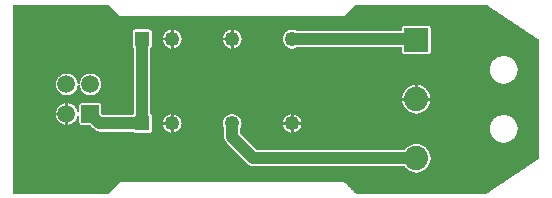
<source format=gtl>
%FSLAX33Y33*%
%MOMM*%
%AMRect-W1250000-H1250000-RO1.500*
21,1,1.25,1.25,0.,0.,90*%
%AMRect-W1500000-H1500000-RO0.500*
21,1,1.5,1.5,0.,0.,270*%
%AMRect-W2049999-H2049999-RO0.500*
21,1,2.049999,2.049999,0.,0.,270*%
%ADD10C,0.0508*%
%ADD11C,1.*%
%ADD12C,1.25*%
%ADD13Rect-W1250000-H1250000-RO1.500*%
%ADD14C,1.5*%
%ADD15C,3.*%
%ADD16Rect-W1500000-H1500000-RO0.500*%
%ADD17C,2.049999*%
%ADD18Rect-W2049999-H2049999-RO0.500*%
D10*
%LNpour fill*%
G01*
X44975Y3514D02*
X44975Y3514D01*
X44975Y13486*
X40492Y16475*
X29511Y16475*
X28514Y15478*
X28505Y15475*
X17525Y15475*
X17525Y1525*
X28505Y1525*
X28514Y1522*
X29511Y0525*
X40492Y0525*
X44975Y3514*
X35627Y12249D02*
X35627Y12249D01*
X35659Y12251*
X35661Y12252*
X35694Y12259*
X35696Y12260*
X35727Y12273*
X35729Y12274*
X35757Y12291*
X35759Y12292*
X35784Y12314*
X35786Y12316*
X35808Y12341*
X35809Y12343*
X35826Y12371*
X35827Y12373*
X35840Y12404*
X35841Y12406*
X35848Y12439*
X35849Y12441*
X35851Y12474*
X35851Y12475*
X35851Y14525*
X35851Y14526*
X35849Y14559*
X35848Y14561*
X35841Y14594*
X35840Y14596*
X35827Y14627*
X35826Y14629*
X35809Y14657*
X35808Y14659*
X35786Y14684*
X35784Y14686*
X35759Y14708*
X35757Y14709*
X35729Y14726*
X35727Y14727*
X35696Y14740*
X35694Y14741*
X35661Y14748*
X35659Y14749*
X35626Y14751*
X35625Y14751*
X33575Y14751*
X33574Y14751*
X33541Y14749*
X33539Y14748*
X33506Y14741*
X33504Y14740*
X33473Y14727*
X33471Y14726*
X33443Y14709*
X33441Y14708*
X33416Y14686*
X33414Y14684*
X33392Y14659*
X33391Y14657*
X33374Y14629*
X33373Y14627*
X33360Y14596*
X33359Y14594*
X33352Y14561*
X33351Y14559*
X33349Y14527*
X33349Y14526*
X33349Y14326*
X24515Y14326*
X24383Y14396*
X24380Y14397*
X24184Y14445*
X24181Y14445*
X23979Y14445*
X23976Y14445*
X23780Y14397*
X23777Y14396*
X23598Y14302*
X23595Y14300*
X23444Y14166*
X23442Y14163*
X23327Y13997*
X23325Y13994*
X23254Y13805*
X23253Y13802*
X23229Y13602*
X23229Y13598*
X23253Y13398*
X23254Y13395*
X23325Y13206*
X23327Y13203*
X23442Y13037*
X23444Y13034*
X23595Y12900*
X23598Y12898*
X23777Y12804*
X23780Y12803*
X23976Y12755*
X23979Y12755*
X24181Y12755*
X24184Y12755*
X24380Y12803*
X24383Y12804*
X24515Y12874*
X33349Y12874*
X33349Y12474*
X33349Y12474*
X33351Y12441*
X33352Y12439*
X33359Y12406*
X33360Y12404*
X33373Y12373*
X33374Y12371*
X33391Y12343*
X33392Y12341*
X33414Y12316*
X33416Y12314*
X33441Y12292*
X33443Y12291*
X33471Y12274*
X33473Y12273*
X33504Y12260*
X33506Y12259*
X33539Y12252*
X33541Y12251*
X33574Y12249*
X33574Y12249*
X35626Y12249*
X35627Y12249*
X18925Y12768D02*
X18925Y12768D01*
X18925Y13004*
X19075Y13004*
X19075Y12768*
X19094Y12753*
X19300Y12803*
X19303Y12804*
X19482Y12898*
X19485Y12900*
X19636Y13034*
X19638Y13037*
X19753Y13203*
X19755Y13206*
X19826Y13395*
X19827Y13398*
X19851Y13598*
X19851Y13602*
X19827Y13802*
X19826Y13805*
X19755Y13994*
X19753Y13997*
X19638Y14163*
X19636Y14166*
X19485Y14300*
X19482Y14302*
X19303Y14396*
X19300Y14397*
X19094Y14447*
X19075Y14432*
X19075Y14196*
X18925Y14196*
X18925Y14432*
X18906Y14447*
X18700Y14397*
X18697Y14396*
X18518Y14302*
X18515Y14300*
X18364Y14166*
X18362Y14163*
X18247Y13997*
X18245Y13994*
X18174Y13805*
X18173Y13802*
X18160Y13692*
X18175Y13675*
X18400Y13675*
X18400Y13525*
X18175Y13525*
X18160Y13508*
X18173Y13398*
X18174Y13395*
X18245Y13206*
X18247Y13203*
X18362Y13037*
X18364Y13034*
X18515Y12900*
X18518Y12898*
X18697Y12804*
X18700Y12803*
X18906Y12753*
X18925Y12768*
X42149Y9783D02*
X42149Y9783D01*
X42433Y9853*
X42436Y9854*
X42695Y9990*
X42698Y9992*
X42917Y10186*
X42919Y10188*
X43085Y10429*
X43087Y10431*
X43190Y10705*
X43191Y10708*
X43226Y10998*
X43226Y11002*
X43191Y11292*
X43190Y11295*
X43087Y11569*
X43085Y11571*
X42919Y11812*
X42917Y11814*
X42698Y12008*
X42695Y12010*
X42436Y12146*
X42433Y12147*
X42149Y12217*
X42146Y12218*
X41854Y12218*
X41851Y12217*
X41567Y12147*
X41564Y12146*
X41305Y12010*
X41302Y12008*
X41083Y11814*
X41081Y11812*
X40915Y11571*
X40913Y11569*
X40810Y11295*
X40809Y11292*
X40774Y11002*
X40774Y10998*
X40809Y10708*
X40810Y10705*
X40913Y10431*
X40915Y10429*
X41081Y10188*
X41083Y10186*
X41302Y9992*
X41305Y9990*
X41564Y9854*
X41567Y9853*
X41851Y9783*
X41854Y9782*
X42146Y9782*
X42149Y9783*
X34877Y7280D02*
X34877Y7280D01*
X34880Y7280*
X35142Y7372*
X35144Y7373*
X35379Y7521*
X35381Y7523*
X35577Y7719*
X35579Y7721*
X35727Y7956*
X35728Y7958*
X35820Y8220*
X35820Y8223*
X35841Y8408*
X35826Y8425*
X35600Y8425*
X35600Y8575*
X35826Y8575*
X35841Y8592*
X35820Y8777*
X35820Y8780*
X35728Y9042*
X35727Y9044*
X35579Y9279*
X35577Y9281*
X35381Y9477*
X35379Y9479*
X35144Y9627*
X35142Y9628*
X34880Y9720*
X34877Y9720*
X34692Y9741*
X34675Y9726*
X34675Y9493*
X34525Y9493*
X34525Y9726*
X34508Y9741*
X34323Y9720*
X34320Y9720*
X34058Y9628*
X34056Y9627*
X33821Y9479*
X33819Y9477*
X33623Y9281*
X33621Y9279*
X33473Y9044*
X33472Y9042*
X33380Y8780*
X33380Y8777*
X33359Y8592*
X33374Y8575*
X33600Y8575*
X33600Y8425*
X33374Y8425*
X33359Y8408*
X33380Y8223*
X33380Y8220*
X33472Y7958*
X33473Y7956*
X33621Y7721*
X33623Y7719*
X33819Y7523*
X33821Y7521*
X34056Y7373*
X34058Y7372*
X34320Y7280*
X34323Y7280*
X34599Y7249*
X34601Y7249*
X34877Y7280*
X34877Y2280D02*
X34877Y2280D01*
X34880Y2280*
X35142Y2372*
X35144Y2373*
X35379Y2521*
X35381Y2523*
X35577Y2719*
X35579Y2721*
X35727Y2956*
X35728Y2958*
X35820Y3220*
X35820Y3223*
X35851Y3499*
X35851Y3501*
X35820Y3777*
X35820Y3780*
X35728Y4042*
X35727Y4044*
X35579Y4279*
X35577Y4281*
X35381Y4477*
X35379Y4479*
X35144Y4627*
X35142Y4628*
X34880Y4720*
X34877Y4720*
X34601Y4751*
X34599Y4751*
X34323Y4720*
X34320Y4720*
X34058Y4628*
X34056Y4627*
X33821Y4479*
X33819Y4477*
X33623Y4281*
X33621Y4279*
X33588Y4226*
X21101Y4226*
X19726Y5601*
X19726Y6014*
X19753Y6053*
X19755Y6056*
X19826Y6245*
X19827Y6248*
X19851Y6448*
X19851Y6452*
X19827Y6652*
X19826Y6655*
X19755Y6844*
X19753Y6847*
X19638Y7013*
X19636Y7016*
X19485Y7150*
X19482Y7152*
X19303Y7246*
X19300Y7247*
X19104Y7295*
X19101Y7295*
X18899Y7295*
X18896Y7295*
X18700Y7247*
X18697Y7246*
X18518Y7152*
X18515Y7150*
X18364Y7016*
X18362Y7013*
X18247Y6847*
X18245Y6844*
X18174Y6655*
X18173Y6652*
X18149Y6452*
X18149Y6448*
X18173Y6248*
X18174Y6245*
X18245Y6056*
X18247Y6053*
X18274Y6014*
X18274Y5299*
X18274Y5298*
X18287Y5160*
X18288Y5157*
X18328Y5023*
X18329Y5021*
X18395Y4897*
X18397Y4895*
X18485Y4788*
X18486Y4787*
X20287Y2986*
X20288Y2985*
X20395Y2897*
X20397Y2895*
X20521Y2829*
X20523Y2828*
X20657Y2788*
X20660Y2787*
X20798Y2774*
X20799Y2774*
X33588Y2774*
X33621Y2721*
X33623Y2719*
X33819Y2523*
X33821Y2521*
X34056Y2373*
X34058Y2372*
X34320Y2280*
X34323Y2280*
X34599Y2249*
X34601Y2249*
X34877Y2280*
X24005Y5618D02*
X24005Y5618D01*
X24005Y5854*
X24155Y5854*
X24155Y5618*
X24174Y5603*
X24380Y5653*
X24383Y5654*
X24562Y5748*
X24565Y5750*
X24716Y5884*
X24718Y5887*
X24833Y6053*
X24835Y6056*
X24906Y6245*
X24907Y6248*
X24920Y6358*
X24905Y6375*
X24680Y6375*
X24680Y6525*
X24905Y6525*
X24920Y6542*
X24907Y6652*
X24906Y6655*
X24835Y6844*
X24833Y6847*
X24718Y7013*
X24716Y7016*
X24565Y7150*
X24562Y7152*
X24383Y7246*
X24380Y7247*
X24174Y7297*
X24155Y7282*
X24155Y7046*
X24005Y7046*
X24005Y7282*
X23986Y7297*
X23780Y7247*
X23777Y7246*
X23598Y7152*
X23595Y7150*
X23444Y7016*
X23442Y7013*
X23327Y6847*
X23325Y6844*
X23254Y6655*
X23253Y6652*
X23240Y6542*
X23255Y6525*
X23480Y6525*
X23480Y6375*
X23255Y6375*
X23240Y6358*
X23253Y6248*
X23254Y6245*
X23325Y6056*
X23327Y6053*
X23442Y5887*
X23444Y5884*
X23595Y5750*
X23598Y5748*
X23777Y5654*
X23780Y5653*
X23986Y5603*
X24005Y5618*
X42149Y4783D02*
X42149Y4783D01*
X42433Y4853*
X42436Y4854*
X42695Y4990*
X42698Y4992*
X42917Y5186*
X42919Y5188*
X43085Y5429*
X43087Y5431*
X43190Y5705*
X43191Y5708*
X43226Y5998*
X43226Y6002*
X43191Y6292*
X43190Y6295*
X43087Y6569*
X43085Y6571*
X42919Y6812*
X42917Y6814*
X42698Y7008*
X42695Y7010*
X42436Y7146*
X42433Y7147*
X42149Y7217*
X42146Y7218*
X41854Y7218*
X41851Y7217*
X41567Y7147*
X41564Y7146*
X41305Y7010*
X41302Y7008*
X41083Y6814*
X41081Y6812*
X40915Y6571*
X40913Y6569*
X40810Y6295*
X40809Y6292*
X40774Y6002*
X40774Y5998*
X40809Y5708*
X40810Y5705*
X40913Y5431*
X40915Y5429*
X41081Y5188*
X41083Y5186*
X41302Y4992*
X41305Y4990*
X41564Y4854*
X41567Y4853*
X41851Y4783*
X41854Y4782*
X42146Y4782*
X42149Y4783*
X29486Y0550D02*
X40529Y0550D01*
X29437Y0599D02*
X40603Y0599D01*
X29387Y0649D02*
X40677Y0649D01*
X29338Y0698D02*
X40751Y0698D01*
X29288Y0748D02*
X40826Y0748D01*
X29239Y0797D02*
X40900Y0797D01*
X29189Y0847D02*
X40974Y0847D01*
X29140Y0896D02*
X41049Y0896D01*
X29090Y0946D02*
X41123Y0946D01*
X29041Y0995D02*
X41197Y0995D01*
X28991Y1045D02*
X41271Y1045D01*
X28942Y1094D02*
X41346Y1094D01*
X28892Y1144D02*
X41420Y1144D01*
X28843Y1193D02*
X41494Y1193D01*
X28793Y1243D02*
X41569Y1243D01*
X28743Y1292D02*
X41643Y1292D01*
X28694Y1342D02*
X41717Y1342D01*
X28644Y1392D02*
X41792Y1392D01*
X28595Y1441D02*
X41866Y1441D01*
X28545Y1491D02*
X41940Y1491D01*
X17525Y1540D02*
X42014Y1540D01*
X17525Y1590D02*
X42089Y1590D01*
X17525Y1639D02*
X42163Y1639D01*
X17525Y1689D02*
X42237Y1689D01*
X17525Y1738D02*
X42312Y1738D01*
X17525Y1788D02*
X42386Y1788D01*
X17525Y1837D02*
X42460Y1837D01*
X17525Y1887D02*
X42534Y1887D01*
X17525Y1936D02*
X42609Y1936D01*
X17525Y1986D02*
X42683Y1986D01*
X17525Y2035D02*
X42757Y2035D01*
X17525Y2085D02*
X42832Y2085D01*
X17525Y2134D02*
X42906Y2134D01*
X17525Y2184D02*
X42980Y2184D01*
X17525Y2234D02*
X43055Y2234D01*
X17525Y2283D02*
X34312Y2283D01*
X34888Y2283D02*
X43129Y2283D01*
X17525Y2333D02*
X34171Y2333D01*
X35029Y2333D02*
X43203Y2333D01*
X17525Y2382D02*
X34041Y2382D01*
X35159Y2382D02*
X43277Y2382D01*
X17525Y2432D02*
X33963Y2432D01*
X35237Y2432D02*
X43352Y2432D01*
X17525Y2481D02*
X33884Y2481D01*
X35316Y2481D02*
X43426Y2481D01*
X17525Y2531D02*
X33810Y2531D01*
X35390Y2531D02*
X43500Y2531D01*
X17525Y2580D02*
X33761Y2580D01*
X35439Y2580D02*
X43575Y2580D01*
X17525Y2630D02*
X33711Y2630D01*
X35489Y2630D02*
X43649Y2630D01*
X17525Y2679D02*
X33662Y2679D01*
X35538Y2679D02*
X43723Y2679D01*
X17525Y2729D02*
X33616Y2729D01*
X35584Y2729D02*
X43797Y2729D01*
X17525Y2778D02*
X20750Y2778D01*
X35615Y2778D02*
X43872Y2778D01*
X17525Y2828D02*
X20525Y2828D01*
X35647Y2828D02*
X43946Y2828D01*
X17525Y2877D02*
X20431Y2877D01*
X35678Y2877D02*
X44020Y2877D01*
X17525Y2927D02*
X20359Y2927D01*
X35709Y2927D02*
X44095Y2927D01*
X17525Y2977D02*
X20298Y2977D01*
X35734Y2977D02*
X44169Y2977D01*
X17525Y3026D02*
X20247Y3026D01*
X35752Y3026D02*
X44243Y3026D01*
X17525Y3076D02*
X20197Y3076D01*
X35769Y3076D02*
X44318Y3076D01*
X17525Y3125D02*
X20148Y3125D01*
X35786Y3125D02*
X44392Y3125D01*
X17525Y3175D02*
X20098Y3175D01*
X35804Y3175D02*
X44466Y3175D01*
X17525Y3224D02*
X20049Y3224D01*
X35820Y3224D02*
X44540Y3224D01*
X17525Y3274D02*
X19999Y3274D01*
X35826Y3274D02*
X44615Y3274D01*
X17525Y3323D02*
X19950Y3323D01*
X35832Y3323D02*
X44689Y3323D01*
X17525Y3373D02*
X19900Y3373D01*
X35837Y3373D02*
X44763Y3373D01*
X17525Y3422D02*
X19850Y3422D01*
X35843Y3422D02*
X44838Y3422D01*
X17525Y3472D02*
X19801Y3472D01*
X35848Y3472D02*
X44912Y3472D01*
X17525Y3521D02*
X19751Y3521D01*
X35849Y3521D02*
X44975Y3521D01*
X17525Y3571D02*
X19702Y3571D01*
X35844Y3571D02*
X44975Y3571D01*
X17525Y3620D02*
X19652Y3620D01*
X35838Y3620D02*
X44975Y3620D01*
X17525Y3670D02*
X19603Y3670D01*
X35832Y3670D02*
X44975Y3670D01*
X17525Y3719D02*
X19553Y3719D01*
X35827Y3719D02*
X44975Y3719D01*
X17525Y3769D02*
X19504Y3769D01*
X35821Y3769D02*
X44975Y3769D01*
X17525Y3819D02*
X19454Y3819D01*
X35806Y3819D02*
X44975Y3819D01*
X17525Y3868D02*
X19405Y3868D01*
X35789Y3868D02*
X44975Y3868D01*
X17525Y3918D02*
X19355Y3918D01*
X35772Y3918D02*
X44975Y3918D01*
X17525Y3967D02*
X19306Y3967D01*
X35754Y3967D02*
X44975Y3967D01*
X17525Y4017D02*
X19256Y4017D01*
X35737Y4017D02*
X44975Y4017D01*
X17525Y4066D02*
X19207Y4066D01*
X35713Y4066D02*
X44975Y4066D01*
X17525Y4116D02*
X19157Y4116D01*
X35682Y4116D02*
X44975Y4116D01*
X17525Y4165D02*
X19107Y4165D01*
X35651Y4165D02*
X44975Y4165D01*
X17525Y4215D02*
X19058Y4215D01*
X35620Y4215D02*
X44975Y4215D01*
X17525Y4264D02*
X19008Y4264D01*
X21063Y4264D02*
X33611Y4264D01*
X35589Y4264D02*
X44975Y4264D01*
X17525Y4314D02*
X18959Y4314D01*
X21013Y4314D02*
X33655Y4314D01*
X35545Y4314D02*
X44975Y4314D01*
X17525Y4363D02*
X18909Y4363D01*
X20964Y4363D02*
X33704Y4363D01*
X35496Y4363D02*
X44975Y4363D01*
X17525Y4413D02*
X18860Y4413D01*
X20914Y4413D02*
X33754Y4413D01*
X35446Y4413D02*
X44975Y4413D01*
X17525Y4462D02*
X18810Y4462D01*
X20865Y4462D02*
X33804Y4462D01*
X35396Y4462D02*
X44975Y4462D01*
X17525Y4512D02*
X18761Y4512D01*
X20815Y4512D02*
X33873Y4512D01*
X35327Y4512D02*
X44975Y4512D01*
X17525Y4561D02*
X18711Y4561D01*
X20766Y4561D02*
X33952Y4561D01*
X35248Y4561D02*
X44975Y4561D01*
X17525Y4611D02*
X18662Y4611D01*
X20716Y4611D02*
X34031Y4611D01*
X35169Y4611D02*
X44975Y4611D01*
X17525Y4661D02*
X18612Y4661D01*
X20667Y4661D02*
X34151Y4661D01*
X35049Y4661D02*
X44975Y4661D01*
X17525Y4710D02*
X18563Y4710D01*
X20617Y4710D02*
X34293Y4710D01*
X34907Y4710D02*
X44975Y4710D01*
X17525Y4760D02*
X18513Y4760D01*
X20568Y4760D02*
X44975Y4760D01*
X17525Y4809D02*
X18468Y4809D01*
X20518Y4809D02*
X41744Y4809D01*
X42256Y4809D02*
X44975Y4809D01*
X17525Y4859D02*
X18427Y4859D01*
X20469Y4859D02*
X41555Y4859D01*
X42445Y4859D02*
X44975Y4859D01*
X17525Y4908D02*
X18390Y4908D01*
X20419Y4908D02*
X41460Y4908D01*
X42540Y4908D02*
X44975Y4908D01*
X17525Y4958D02*
X18363Y4958D01*
X20370Y4958D02*
X41366Y4958D01*
X42634Y4958D02*
X44975Y4958D01*
X17525Y5007D02*
X18337Y5007D01*
X20320Y5007D02*
X41284Y5007D01*
X42716Y5007D02*
X44975Y5007D01*
X17525Y5057D02*
X18318Y5057D01*
X20271Y5057D02*
X41228Y5057D01*
X42772Y5057D02*
X44975Y5057D01*
X17525Y5106D02*
X18303Y5106D01*
X20221Y5106D02*
X41173Y5106D01*
X42827Y5106D02*
X44975Y5106D01*
X17525Y5156D02*
X18288Y5156D01*
X20171Y5156D02*
X41117Y5156D01*
X42883Y5156D02*
X44975Y5156D01*
X17525Y5205D02*
X18283Y5205D01*
X20122Y5205D02*
X41069Y5205D01*
X42931Y5205D02*
X44975Y5205D01*
X17525Y5255D02*
X18278Y5255D01*
X20072Y5255D02*
X41035Y5255D01*
X42965Y5255D02*
X44975Y5255D01*
X17525Y5304D02*
X18274Y5304D01*
X20023Y5304D02*
X41001Y5304D01*
X42999Y5304D02*
X44975Y5304D01*
X17525Y5354D02*
X18274Y5354D01*
X19973Y5354D02*
X40966Y5354D01*
X43034Y5354D02*
X44975Y5354D01*
X17525Y5403D02*
X18274Y5403D01*
X19924Y5403D02*
X40932Y5403D01*
X43068Y5403D02*
X44975Y5403D01*
X17525Y5453D02*
X18274Y5453D01*
X19874Y5453D02*
X40905Y5453D01*
X43095Y5453D02*
X44975Y5453D01*
X17525Y5503D02*
X18274Y5503D01*
X19825Y5503D02*
X40886Y5503D01*
X43114Y5503D02*
X44975Y5503D01*
X17525Y5552D02*
X18274Y5552D01*
X19775Y5552D02*
X40868Y5552D01*
X43132Y5552D02*
X44975Y5552D01*
X17525Y5602D02*
X18274Y5602D01*
X19726Y5602D02*
X40849Y5602D01*
X43151Y5602D02*
X44975Y5602D01*
X17525Y5651D02*
X18274Y5651D01*
X19726Y5651D02*
X23789Y5651D01*
X24005Y5651D02*
X24155Y5651D01*
X24371Y5651D02*
X40830Y5651D01*
X43170Y5651D02*
X44975Y5651D01*
X17525Y5701D02*
X18274Y5701D01*
X19726Y5701D02*
X23689Y5701D01*
X24005Y5701D02*
X24155Y5701D01*
X24471Y5701D02*
X40811Y5701D01*
X43189Y5701D02*
X44975Y5701D01*
X17525Y5750D02*
X18274Y5750D01*
X19726Y5750D02*
X23595Y5750D01*
X24005Y5750D02*
X24155Y5750D01*
X24565Y5750D02*
X40804Y5750D01*
X43196Y5750D02*
X44975Y5750D01*
X17525Y5800D02*
X18274Y5800D01*
X19726Y5800D02*
X23539Y5800D01*
X24005Y5800D02*
X24155Y5800D01*
X24621Y5800D02*
X40798Y5800D01*
X43202Y5800D02*
X44975Y5800D01*
X17525Y5849D02*
X18274Y5849D01*
X19726Y5849D02*
X23483Y5849D01*
X24005Y5849D02*
X24155Y5849D01*
X24677Y5849D02*
X40792Y5849D01*
X43208Y5849D02*
X44975Y5849D01*
X17525Y5899D02*
X18274Y5899D01*
X19726Y5899D02*
X23433Y5899D01*
X24727Y5899D02*
X40786Y5899D01*
X43214Y5899D02*
X44975Y5899D01*
X17525Y5948D02*
X18274Y5948D01*
X19726Y5948D02*
X23399Y5948D01*
X24761Y5948D02*
X40780Y5948D01*
X43220Y5948D02*
X44975Y5948D01*
X17525Y5998D02*
X18274Y5998D01*
X19726Y5998D02*
X23365Y5998D01*
X24795Y5998D02*
X40774Y5998D01*
X43226Y5998D02*
X44975Y5998D01*
X17525Y6047D02*
X18251Y6047D01*
X19749Y6047D02*
X23331Y6047D01*
X24829Y6047D02*
X40779Y6047D01*
X43221Y6047D02*
X44975Y6047D01*
X17525Y6097D02*
X18230Y6097D01*
X19770Y6097D02*
X23310Y6097D01*
X24850Y6097D02*
X40785Y6097D01*
X43215Y6097D02*
X44975Y6097D01*
X17525Y6146D02*
X18211Y6146D01*
X19789Y6146D02*
X23291Y6146D01*
X24869Y6146D02*
X40791Y6146D01*
X43209Y6146D02*
X44975Y6146D01*
X17525Y6196D02*
X18192Y6196D01*
X19808Y6196D02*
X23272Y6196D01*
X24888Y6196D02*
X40797Y6196D01*
X43203Y6196D02*
X44975Y6196D01*
X17525Y6245D02*
X18174Y6245D01*
X19826Y6245D02*
X23254Y6245D01*
X24906Y6245D02*
X40803Y6245D01*
X43197Y6245D02*
X44975Y6245D01*
X17525Y6295D02*
X18167Y6295D01*
X19833Y6295D02*
X23247Y6295D01*
X24913Y6295D02*
X40810Y6295D01*
X43190Y6295D02*
X44975Y6295D01*
X17525Y6345D02*
X18161Y6345D01*
X19839Y6345D02*
X23241Y6345D01*
X24919Y6345D02*
X40828Y6345D01*
X43172Y6345D02*
X44975Y6345D01*
X17525Y6394D02*
X18155Y6394D01*
X19845Y6394D02*
X23480Y6394D01*
X24680Y6394D02*
X40847Y6394D01*
X43153Y6394D02*
X44975Y6394D01*
X17525Y6444D02*
X18149Y6444D01*
X19851Y6444D02*
X23480Y6444D01*
X24680Y6444D02*
X40866Y6444D01*
X43134Y6444D02*
X44975Y6444D01*
X17525Y6493D02*
X18154Y6493D01*
X19846Y6493D02*
X23480Y6493D01*
X24680Y6493D02*
X40885Y6493D01*
X43115Y6493D02*
X44975Y6493D01*
X17525Y6543D02*
X18160Y6543D01*
X19840Y6543D02*
X23240Y6543D01*
X24920Y6543D02*
X40904Y6543D01*
X43096Y6543D02*
X44975Y6543D01*
X17525Y6592D02*
X18166Y6592D01*
X19834Y6592D02*
X23246Y6592D01*
X24914Y6592D02*
X40929Y6592D01*
X43071Y6592D02*
X44975Y6592D01*
X17525Y6642D02*
X18172Y6642D01*
X19828Y6642D02*
X23252Y6642D01*
X24908Y6642D02*
X40963Y6642D01*
X43037Y6642D02*
X44975Y6642D01*
X17525Y6691D02*
X18187Y6691D01*
X19813Y6691D02*
X23267Y6691D01*
X24893Y6691D02*
X40998Y6691D01*
X43002Y6691D02*
X44975Y6691D01*
X17525Y6741D02*
X18206Y6741D01*
X19794Y6741D02*
X23286Y6741D01*
X24874Y6741D02*
X41032Y6741D01*
X42968Y6741D02*
X44975Y6741D01*
X17525Y6790D02*
X18225Y6790D01*
X19775Y6790D02*
X23305Y6790D01*
X24855Y6790D02*
X41066Y6790D01*
X42934Y6790D02*
X44975Y6790D01*
X17525Y6840D02*
X18244Y6840D01*
X19756Y6840D02*
X23324Y6840D01*
X24836Y6840D02*
X41112Y6840D01*
X42888Y6840D02*
X44975Y6840D01*
X17525Y6889D02*
X18276Y6889D01*
X19724Y6889D02*
X23356Y6889D01*
X24804Y6889D02*
X41168Y6889D01*
X42832Y6889D02*
X44975Y6889D01*
X17525Y6939D02*
X18310Y6939D01*
X19690Y6939D02*
X23390Y6939D01*
X24770Y6939D02*
X41224Y6939D01*
X42776Y6939D02*
X44975Y6939D01*
X17525Y6988D02*
X18344Y6988D01*
X19656Y6988D02*
X23424Y6988D01*
X24736Y6988D02*
X41279Y6988D01*
X42721Y6988D02*
X44975Y6988D01*
X17525Y7038D02*
X18389Y7038D01*
X19611Y7038D02*
X23469Y7038D01*
X24691Y7038D02*
X41358Y7038D01*
X42642Y7038D02*
X44975Y7038D01*
X17525Y7087D02*
X18445Y7087D01*
X19555Y7087D02*
X23525Y7087D01*
X24005Y7087D02*
X24155Y7087D01*
X24635Y7087D02*
X41452Y7087D01*
X42548Y7087D02*
X44975Y7087D01*
X17525Y7137D02*
X18501Y7137D01*
X19499Y7137D02*
X23581Y7137D01*
X24005Y7137D02*
X24155Y7137D01*
X24579Y7137D02*
X41546Y7137D01*
X42454Y7137D02*
X44975Y7137D01*
X17525Y7187D02*
X18584Y7187D01*
X19416Y7187D02*
X23664Y7187D01*
X24005Y7187D02*
X24155Y7187D01*
X24496Y7187D02*
X41726Y7187D01*
X42274Y7187D02*
X44975Y7187D01*
X17525Y7236D02*
X18679Y7236D01*
X19321Y7236D02*
X23759Y7236D01*
X24005Y7236D02*
X24155Y7236D01*
X24401Y7236D02*
X44975Y7236D01*
X17525Y7286D02*
X18858Y7286D01*
X19142Y7286D02*
X23938Y7286D01*
X24001Y7286D02*
X24159Y7286D01*
X24222Y7286D02*
X34305Y7286D01*
X34895Y7286D02*
X44975Y7286D01*
X17525Y7335D02*
X34163Y7335D01*
X35037Y7335D02*
X44975Y7335D01*
X17525Y7385D02*
X34037Y7385D01*
X35163Y7385D02*
X44975Y7385D01*
X17525Y7434D02*
X33959Y7434D01*
X35241Y7434D02*
X44975Y7434D01*
X17525Y7484D02*
X33880Y7484D01*
X35320Y7484D02*
X44975Y7484D01*
X17525Y7533D02*
X33808Y7533D01*
X35392Y7533D02*
X44975Y7533D01*
X17525Y7583D02*
X33758Y7583D01*
X35442Y7583D02*
X44975Y7583D01*
X17525Y7632D02*
X33709Y7632D01*
X35491Y7632D02*
X44975Y7632D01*
X17525Y7682D02*
X33659Y7682D01*
X35541Y7682D02*
X44975Y7682D01*
X17525Y7731D02*
X33614Y7731D01*
X35586Y7731D02*
X44975Y7731D01*
X17525Y7781D02*
X33583Y7781D01*
X35617Y7781D02*
X44975Y7781D01*
X17525Y7830D02*
X33552Y7830D01*
X35648Y7830D02*
X44975Y7830D01*
X17525Y7880D02*
X33521Y7880D01*
X35679Y7880D02*
X44975Y7880D01*
X17525Y7929D02*
X33490Y7929D01*
X35710Y7929D02*
X44975Y7929D01*
X17525Y7979D02*
X33465Y7979D01*
X35735Y7979D02*
X44975Y7979D01*
X17525Y8029D02*
X33447Y8029D01*
X35753Y8029D02*
X44975Y8029D01*
X17525Y8078D02*
X33430Y8078D01*
X35770Y8078D02*
X44975Y8078D01*
X17525Y8128D02*
X33413Y8128D01*
X35787Y8128D02*
X44975Y8128D01*
X17525Y8177D02*
X33395Y8177D01*
X35805Y8177D02*
X44975Y8177D01*
X17525Y8227D02*
X33379Y8227D01*
X35821Y8227D02*
X44975Y8227D01*
X17525Y8276D02*
X33374Y8276D01*
X35826Y8276D02*
X44975Y8276D01*
X17525Y8326D02*
X33368Y8326D01*
X35832Y8326D02*
X44975Y8326D01*
X17525Y8375D02*
X33362Y8375D01*
X35838Y8375D02*
X44975Y8375D01*
X17525Y8425D02*
X33373Y8425D01*
X35827Y8425D02*
X44975Y8425D01*
X17525Y8474D02*
X33600Y8474D01*
X35600Y8474D02*
X44975Y8474D01*
X17525Y8524D02*
X33600Y8524D01*
X35600Y8524D02*
X44975Y8524D01*
X17525Y8573D02*
X33600Y8573D01*
X35600Y8573D02*
X44975Y8573D01*
X17525Y8623D02*
X33362Y8623D01*
X35838Y8623D02*
X44975Y8623D01*
X17525Y8672D02*
X33368Y8672D01*
X35832Y8672D02*
X44975Y8672D01*
X17525Y8722D02*
X33373Y8722D01*
X35827Y8722D02*
X44975Y8722D01*
X17525Y8772D02*
X33379Y8772D01*
X35821Y8772D02*
X44975Y8772D01*
X17525Y8821D02*
X33395Y8821D01*
X35805Y8821D02*
X44975Y8821D01*
X17525Y8871D02*
X33412Y8871D01*
X35788Y8871D02*
X44975Y8871D01*
X17525Y8920D02*
X33429Y8920D01*
X35771Y8920D02*
X44975Y8920D01*
X17525Y8970D02*
X33447Y8970D01*
X35753Y8970D02*
X44975Y8970D01*
X17525Y9019D02*
X33464Y9019D01*
X35736Y9019D02*
X44975Y9019D01*
X17525Y9069D02*
X33489Y9069D01*
X35711Y9069D02*
X44975Y9069D01*
X17525Y9118D02*
X33520Y9118D01*
X35680Y9118D02*
X44975Y9118D01*
X17525Y9168D02*
X33551Y9168D01*
X35649Y9168D02*
X44975Y9168D01*
X17525Y9217D02*
X33582Y9217D01*
X35618Y9217D02*
X44975Y9217D01*
X17525Y9267D02*
X33613Y9267D01*
X35587Y9267D02*
X44975Y9267D01*
X17525Y9316D02*
X33657Y9316D01*
X35543Y9316D02*
X44975Y9316D01*
X17525Y9366D02*
X33707Y9366D01*
X35493Y9366D02*
X44975Y9366D01*
X17525Y9415D02*
X33757Y9415D01*
X35443Y9415D02*
X44975Y9415D01*
X17525Y9465D02*
X33806Y9465D01*
X35394Y9465D02*
X44975Y9465D01*
X17525Y9514D02*
X33877Y9514D01*
X34525Y9514D02*
X34675Y9514D01*
X35323Y9514D02*
X44975Y9514D01*
X17525Y9564D02*
X33956Y9564D01*
X34525Y9564D02*
X34675Y9564D01*
X35244Y9564D02*
X44975Y9564D01*
X17525Y9614D02*
X34035Y9614D01*
X34525Y9614D02*
X34675Y9614D01*
X35165Y9614D02*
X44975Y9614D01*
X17525Y9663D02*
X34158Y9663D01*
X34525Y9663D02*
X34675Y9663D01*
X35042Y9663D02*
X44975Y9663D01*
X17525Y9713D02*
X34300Y9713D01*
X34525Y9713D02*
X34675Y9713D01*
X34900Y9713D02*
X44975Y9713D01*
X17525Y9762D02*
X44975Y9762D01*
X17525Y9812D02*
X41733Y9812D01*
X42267Y9812D02*
X44975Y9812D01*
X17525Y9861D02*
X41550Y9861D01*
X42450Y9861D02*
X44975Y9861D01*
X17525Y9911D02*
X41455Y9911D01*
X42545Y9911D02*
X44975Y9911D01*
X17525Y9960D02*
X41361Y9960D01*
X42639Y9960D02*
X44975Y9960D01*
X17525Y10010D02*
X41282Y10010D01*
X42718Y10010D02*
X44975Y10010D01*
X17525Y10059D02*
X41226Y10059D01*
X42774Y10059D02*
X44975Y10059D01*
X17525Y10109D02*
X41170Y10109D01*
X42830Y10109D02*
X44975Y10109D01*
X17525Y10158D02*
X41114Y10158D01*
X42886Y10158D02*
X44975Y10158D01*
X17525Y10208D02*
X41067Y10208D01*
X42933Y10208D02*
X44975Y10208D01*
X17525Y10257D02*
X41033Y10257D01*
X42967Y10257D02*
X44975Y10257D01*
X17525Y10307D02*
X40999Y10307D01*
X43001Y10307D02*
X44975Y10307D01*
X17525Y10356D02*
X40965Y10356D01*
X43035Y10356D02*
X44975Y10356D01*
X17525Y10406D02*
X40930Y10406D01*
X43070Y10406D02*
X44975Y10406D01*
X17525Y10456D02*
X40904Y10456D01*
X43096Y10456D02*
X44975Y10456D01*
X17525Y10505D02*
X40885Y10505D01*
X43115Y10505D02*
X44975Y10505D01*
X17525Y10555D02*
X40867Y10555D01*
X43133Y10555D02*
X44975Y10555D01*
X17525Y10604D02*
X40848Y10604D01*
X43152Y10604D02*
X44975Y10604D01*
X17525Y10654D02*
X40829Y10654D01*
X43171Y10654D02*
X44975Y10654D01*
X17525Y10703D02*
X40810Y10703D01*
X43190Y10703D02*
X44975Y10703D01*
X17525Y10753D02*
X40803Y10753D01*
X43197Y10753D02*
X44975Y10753D01*
X17525Y10802D02*
X40797Y10802D01*
X43203Y10802D02*
X44975Y10802D01*
X17525Y10852D02*
X40791Y10852D01*
X43209Y10852D02*
X44975Y10852D01*
X17525Y10901D02*
X40785Y10901D01*
X43215Y10901D02*
X44975Y10901D01*
X17525Y10951D02*
X40779Y10951D01*
X43221Y10951D02*
X44975Y10951D01*
X17525Y11000D02*
X40774Y11000D01*
X43226Y11000D02*
X44975Y11000D01*
X17525Y11050D02*
X40779Y11050D01*
X43221Y11050D02*
X44975Y11050D01*
X17525Y11099D02*
X40785Y11099D01*
X43215Y11099D02*
X44975Y11099D01*
X17525Y11149D02*
X40791Y11149D01*
X43209Y11149D02*
X44975Y11149D01*
X17525Y11198D02*
X40798Y11198D01*
X43202Y11198D02*
X44975Y11198D01*
X17525Y11248D02*
X40804Y11248D01*
X43196Y11248D02*
X44975Y11248D01*
X17525Y11298D02*
X40811Y11298D01*
X43189Y11298D02*
X44975Y11298D01*
X17525Y11347D02*
X40829Y11347D01*
X43171Y11347D02*
X44975Y11347D01*
X17525Y11397D02*
X40848Y11397D01*
X43152Y11397D02*
X44975Y11397D01*
X17525Y11446D02*
X40867Y11446D01*
X43133Y11446D02*
X44975Y11446D01*
X17525Y11496D02*
X40886Y11496D01*
X43114Y11496D02*
X44975Y11496D01*
X17525Y11545D02*
X40904Y11545D01*
X43096Y11545D02*
X44975Y11545D01*
X17525Y11595D02*
X40931Y11595D01*
X43069Y11595D02*
X44975Y11595D01*
X17525Y11644D02*
X40965Y11644D01*
X43035Y11644D02*
X44975Y11644D01*
X17525Y11694D02*
X40999Y11694D01*
X43001Y11694D02*
X44975Y11694D01*
X17525Y11743D02*
X41034Y11743D01*
X42966Y11743D02*
X44975Y11743D01*
X17525Y11793D02*
X41068Y11793D01*
X42932Y11793D02*
X44975Y11793D01*
X17525Y11842D02*
X41115Y11842D01*
X42885Y11842D02*
X44975Y11842D01*
X17525Y11892D02*
X41171Y11892D01*
X42829Y11892D02*
X44975Y11892D01*
X17525Y11941D02*
X41226Y11941D01*
X42774Y11941D02*
X44975Y11941D01*
X17525Y11991D02*
X41282Y11991D01*
X42718Y11991D02*
X44975Y11991D01*
X17525Y12040D02*
X41362Y12040D01*
X42638Y12040D02*
X44975Y12040D01*
X17525Y12090D02*
X41457Y12090D01*
X42543Y12090D02*
X44975Y12090D01*
X17525Y12140D02*
X41551Y12140D01*
X42449Y12140D02*
X44975Y12140D01*
X17525Y12189D02*
X41736Y12189D01*
X42264Y12189D02*
X44975Y12189D01*
X17525Y12239D02*
X44975Y12239D01*
X17525Y12288D02*
X33448Y12288D01*
X35752Y12288D02*
X44975Y12288D01*
X17525Y12338D02*
X33395Y12338D01*
X35805Y12338D02*
X44975Y12338D01*
X17525Y12387D02*
X33367Y12387D01*
X35833Y12387D02*
X44975Y12387D01*
X17525Y12437D02*
X33352Y12437D01*
X35848Y12437D02*
X44975Y12437D01*
X17525Y12486D02*
X33349Y12486D01*
X35851Y12486D02*
X44975Y12486D01*
X17525Y12536D02*
X33349Y12536D01*
X35851Y12536D02*
X44975Y12536D01*
X17525Y12585D02*
X33349Y12585D01*
X35851Y12585D02*
X44975Y12585D01*
X17525Y12635D02*
X33349Y12635D01*
X35851Y12635D02*
X44975Y12635D01*
X17525Y12684D02*
X33349Y12684D01*
X35851Y12684D02*
X44975Y12684D01*
X17525Y12734D02*
X33349Y12734D01*
X35851Y12734D02*
X44975Y12734D01*
X17525Y12783D02*
X18780Y12783D01*
X18925Y12783D02*
X19075Y12783D01*
X19220Y12783D02*
X23860Y12783D01*
X24300Y12783D02*
X33349Y12783D01*
X35851Y12783D02*
X44975Y12783D01*
X17525Y12833D02*
X18642Y12833D01*
X18925Y12833D02*
X19075Y12833D01*
X19358Y12833D02*
X23722Y12833D01*
X24438Y12833D02*
X33349Y12833D01*
X35851Y12833D02*
X44975Y12833D01*
X17525Y12883D02*
X18548Y12883D01*
X18925Y12883D02*
X19075Y12883D01*
X19452Y12883D02*
X23628Y12883D01*
X35851Y12883D02*
X44975Y12883D01*
X17525Y12932D02*
X18479Y12932D01*
X18925Y12932D02*
X19075Y12932D01*
X19521Y12932D02*
X23559Y12932D01*
X35851Y12932D02*
X44975Y12932D01*
X17525Y12982D02*
X18423Y12982D01*
X18925Y12982D02*
X19075Y12982D01*
X19577Y12982D02*
X23503Y12982D01*
X35851Y12982D02*
X44975Y12982D01*
X17525Y13031D02*
X18367Y13031D01*
X19633Y13031D02*
X23447Y13031D01*
X35851Y13031D02*
X44975Y13031D01*
X17525Y13081D02*
X18331Y13081D01*
X19669Y13081D02*
X23411Y13081D01*
X35851Y13081D02*
X44975Y13081D01*
X17525Y13130D02*
X18297Y13130D01*
X19703Y13130D02*
X23377Y13130D01*
X35851Y13130D02*
X44975Y13130D01*
X17525Y13180D02*
X18263Y13180D01*
X19737Y13180D02*
X23343Y13180D01*
X35851Y13180D02*
X44975Y13180D01*
X17525Y13229D02*
X18236Y13229D01*
X19764Y13229D02*
X23316Y13229D01*
X35851Y13229D02*
X44975Y13229D01*
X17525Y13279D02*
X18218Y13279D01*
X19782Y13279D02*
X23298Y13279D01*
X35851Y13279D02*
X44975Y13279D01*
X17525Y13328D02*
X18199Y13328D01*
X19801Y13328D02*
X23279Y13328D01*
X35851Y13328D02*
X44975Y13328D01*
X17525Y13378D02*
X18180Y13378D01*
X19820Y13378D02*
X23260Y13378D01*
X35851Y13378D02*
X44975Y13378D01*
X17525Y13427D02*
X18169Y13427D01*
X19831Y13427D02*
X23249Y13427D01*
X35851Y13427D02*
X44975Y13427D01*
X17525Y13477D02*
X18163Y13477D01*
X19837Y13477D02*
X23243Y13477D01*
X35851Y13477D02*
X44975Y13477D01*
X17525Y13526D02*
X18400Y13526D01*
X19843Y13526D02*
X23237Y13526D01*
X35851Y13526D02*
X44915Y13526D01*
X17525Y13576D02*
X18400Y13576D01*
X19849Y13576D02*
X23231Y13576D01*
X35851Y13576D02*
X44840Y13576D01*
X17525Y13625D02*
X18400Y13625D01*
X19848Y13625D02*
X23232Y13625D01*
X35851Y13625D02*
X44766Y13625D01*
X17525Y13675D02*
X18174Y13675D01*
X19842Y13675D02*
X23238Y13675D01*
X35851Y13675D02*
X44692Y13675D01*
X17525Y13725D02*
X18164Y13725D01*
X19836Y13725D02*
X23244Y13725D01*
X35851Y13725D02*
X44617Y13725D01*
X17525Y13774D02*
X18170Y13774D01*
X19830Y13774D02*
X23250Y13774D01*
X35851Y13774D02*
X44543Y13774D01*
X17525Y13824D02*
X18181Y13824D01*
X19819Y13824D02*
X23261Y13824D01*
X35851Y13824D02*
X44469Y13824D01*
X17525Y13873D02*
X18199Y13873D01*
X19801Y13873D02*
X23279Y13873D01*
X35851Y13873D02*
X44395Y13873D01*
X17525Y13923D02*
X18218Y13923D01*
X19782Y13923D02*
X23298Y13923D01*
X35851Y13923D02*
X44320Y13923D01*
X17525Y13972D02*
X18237Y13972D01*
X19763Y13972D02*
X23317Y13972D01*
X35851Y13972D02*
X44246Y13972D01*
X17525Y14022D02*
X18264Y14022D01*
X19736Y14022D02*
X23344Y14022D01*
X35851Y14022D02*
X44172Y14022D01*
X17525Y14071D02*
X18298Y14071D01*
X19702Y14071D02*
X23378Y14071D01*
X35851Y14071D02*
X44097Y14071D01*
X17525Y14121D02*
X18332Y14121D01*
X19668Y14121D02*
X23412Y14121D01*
X35851Y14121D02*
X44023Y14121D01*
X17525Y14170D02*
X18369Y14170D01*
X19631Y14170D02*
X23449Y14170D01*
X35851Y14170D02*
X43949Y14170D01*
X17525Y14220D02*
X18425Y14220D01*
X18925Y14220D02*
X19075Y14220D01*
X19575Y14220D02*
X23505Y14220D01*
X35851Y14220D02*
X43874Y14220D01*
X17525Y14269D02*
X18481Y14269D01*
X18925Y14269D02*
X19075Y14269D01*
X19519Y14269D02*
X23561Y14269D01*
X35851Y14269D02*
X43800Y14269D01*
X17525Y14319D02*
X18551Y14319D01*
X18925Y14319D02*
X19075Y14319D01*
X19449Y14319D02*
X23631Y14319D01*
X35851Y14319D02*
X43726Y14319D01*
X17525Y14368D02*
X18645Y14368D01*
X18925Y14368D02*
X19075Y14368D01*
X19355Y14368D02*
X23725Y14368D01*
X24435Y14368D02*
X33349Y14368D01*
X35851Y14368D02*
X43652Y14368D01*
X17525Y14418D02*
X18786Y14418D01*
X18925Y14418D02*
X19075Y14418D01*
X19214Y14418D02*
X23866Y14418D01*
X24294Y14418D02*
X33349Y14418D01*
X35851Y14418D02*
X43577Y14418D01*
X17525Y14467D02*
X33349Y14467D01*
X35851Y14467D02*
X43503Y14467D01*
X17525Y14517D02*
X33349Y14517D01*
X35851Y14517D02*
X43429Y14517D01*
X17525Y14567D02*
X33353Y14567D01*
X35847Y14567D02*
X43354Y14567D01*
X17525Y14616D02*
X33368Y14616D01*
X35832Y14616D02*
X43280Y14616D01*
X17525Y14666D02*
X33398Y14666D01*
X35802Y14666D02*
X43206Y14666D01*
X17525Y14715D02*
X33453Y14715D01*
X35747Y14715D02*
X43132Y14715D01*
X17525Y14765D02*
X43057Y14765D01*
X17525Y14814D02*
X42983Y14814D01*
X17525Y14864D02*
X42909Y14864D01*
X17525Y14913D02*
X42834Y14913D01*
X17525Y14963D02*
X42760Y14963D01*
X17525Y15012D02*
X42686Y15012D01*
X17525Y15062D02*
X42611Y15062D01*
X17525Y15111D02*
X42537Y15111D01*
X17525Y15161D02*
X42463Y15161D01*
X17525Y15210D02*
X42389Y15210D01*
X17525Y15260D02*
X42314Y15260D01*
X17525Y15309D02*
X42240Y15309D01*
X17525Y15359D02*
X42166Y15359D01*
X17525Y15409D02*
X42091Y15409D01*
X17525Y15458D02*
X42017Y15458D01*
X28544Y15508D02*
X41943Y15508D01*
X28593Y15557D02*
X41869Y15557D01*
X28643Y15607D02*
X41794Y15607D01*
X28692Y15656D02*
X41720Y15656D01*
X28742Y15706D02*
X41646Y15706D01*
X28791Y15755D02*
X41571Y15755D01*
X28841Y15805D02*
X41497Y15805D01*
X28890Y15854D02*
X41423Y15854D01*
X28940Y15904D02*
X41348Y15904D01*
X28989Y15953D02*
X41274Y15953D01*
X29039Y16003D02*
X41200Y16003D01*
X29088Y16052D02*
X41126Y16052D01*
X29138Y16102D02*
X41051Y16102D01*
X29187Y16151D02*
X40977Y16151D01*
X29237Y16201D02*
X40903Y16201D01*
X29286Y16251D02*
X40828Y16251D01*
X29336Y16300D02*
X40754Y16300D01*
X29386Y16350D02*
X40680Y16350D01*
X29435Y16399D02*
X40606Y16399D01*
X29485Y16449D02*
X40531Y16449D01*
%LNpour fill*%
X9486Y1522D02*
X9486Y1522D01*
X9495Y1525*
X18975Y1525*
X18975Y4298*
X18486Y4787*
X18485Y4788*
X18397Y4895*
X18395Y4897*
X18329Y5021*
X18328Y5023*
X18288Y5157*
X18287Y5160*
X18274Y5298*
X18274Y5299*
X18274Y6014*
X18247Y6053*
X18245Y6056*
X18174Y6245*
X18173Y6248*
X18149Y6448*
X18149Y6452*
X18173Y6652*
X18174Y6655*
X18245Y6844*
X18247Y6847*
X18362Y7013*
X18364Y7016*
X18515Y7150*
X18518Y7152*
X18697Y7246*
X18700Y7247*
X18896Y7295*
X18899Y7295*
X18975Y7295*
X18975Y12736*
X18989Y12750*
X19075Y12750*
X19075Y13004*
X18925Y13004*
X18925Y12768*
X18906Y12753*
X18700Y12803*
X18697Y12804*
X18518Y12898*
X18515Y12900*
X18364Y13034*
X18362Y13037*
X18247Y13203*
X18245Y13206*
X18174Y13395*
X18173Y13398*
X18149Y13598*
X18149Y13602*
X18173Y13802*
X18174Y13805*
X18245Y13994*
X18247Y13997*
X18362Y14163*
X18364Y14166*
X18515Y14300*
X18518Y14302*
X18697Y14396*
X18700Y14397*
X18906Y14447*
X18925Y14432*
X18925Y14196*
X19075Y14196*
X19075Y14450*
X18989Y14450*
X18975Y14464*
X18975Y15475*
X9495Y15475*
X9486Y15478*
X8489Y16475*
X0525Y16475*
X0525Y0525*
X8489Y0525*
X9486Y1522*
X12007Y5599D02*
X12007Y5599D01*
X12039Y5601*
X12041Y5602*
X12074Y5609*
X12076Y5610*
X12107Y5623*
X12109Y5624*
X12137Y5641*
X12139Y5642*
X12164Y5664*
X12166Y5666*
X12188Y5691*
X12189Y5693*
X12206Y5721*
X12207Y5723*
X12220Y5754*
X12221Y5756*
X12228Y5789*
X12229Y5791*
X12231Y5824*
X12231Y5825*
X12231Y7075*
X12231Y7076*
X12229Y7109*
X12228Y7111*
X12221Y7144*
X12220Y7146*
X12207Y7177*
X12206Y7179*
X12189Y7207*
X12188Y7209*
X12166Y7234*
X12164Y7236*
X12139Y7258*
X12137Y7259*
X12106Y7278*
X12106Y12772*
X12137Y12791*
X12139Y12792*
X12164Y12814*
X12166Y12816*
X12188Y12841*
X12189Y12843*
X12206Y12871*
X12207Y12873*
X12220Y12904*
X12221Y12906*
X12228Y12939*
X12229Y12941*
X12231Y12974*
X12231Y12975*
X12231Y14225*
X12231Y14226*
X12229Y14259*
X12228Y14261*
X12221Y14294*
X12220Y14296*
X12207Y14327*
X12206Y14329*
X12189Y14357*
X12188Y14359*
X12166Y14384*
X12164Y14386*
X12139Y14408*
X12137Y14409*
X12109Y14426*
X12107Y14427*
X12076Y14440*
X12074Y14441*
X12041Y14448*
X12039Y14449*
X12006Y14451*
X12005Y14451*
X10755Y14451*
X10754Y14451*
X10721Y14449*
X10719Y14448*
X10686Y14441*
X10684Y14440*
X10653Y14427*
X10651Y14426*
X10623Y14409*
X10621Y14408*
X10596Y14386*
X10594Y14384*
X10572Y14359*
X10571Y14357*
X10554Y14329*
X10553Y14327*
X10540Y14296*
X10539Y14294*
X10532Y14261*
X10531Y14259*
X10529Y14227*
X10529Y14226*
X10529Y12974*
X10529Y12973*
X10531Y12941*
X10532Y12939*
X10539Y12906*
X10540Y12904*
X10553Y12873*
X10554Y12871*
X10571Y12843*
X10572Y12841*
X10594Y12816*
X10596Y12814*
X10621Y12792*
X10623Y12791*
X10654Y12772*
X10654Y7278*
X10623Y7259*
X10621Y7258*
X10596Y7236*
X10594Y7234*
X10572Y7209*
X10571Y7207*
X10552Y7176*
X8101Y7176*
X7976Y7301*
X7976Y8000*
X7976Y8001*
X7974Y8034*
X7973Y8036*
X7966Y8069*
X7965Y8071*
X7952Y8102*
X7951Y8104*
X7934Y8132*
X7933Y8134*
X7911Y8159*
X7909Y8161*
X7884Y8183*
X7882Y8184*
X7854Y8201*
X7852Y8202*
X7821Y8215*
X7819Y8216*
X7786Y8223*
X7784Y8224*
X7751Y8226*
X7750Y8226*
X6250Y8226*
X6249Y8226*
X6216Y8224*
X6214Y8223*
X6181Y8216*
X6179Y8215*
X6148Y8202*
X6146Y8201*
X6118Y8184*
X6116Y8183*
X6091Y8161*
X6089Y8159*
X6067Y8134*
X6066Y8132*
X6049Y8104*
X6048Y8102*
X6035Y8071*
X6034Y8069*
X6027Y8036*
X6026Y8034*
X6024Y8002*
X6024Y8001*
X6024Y7457*
X5952Y7452*
X5948Y7482*
X5948Y7485*
X5865Y7702*
X5864Y7705*
X5732Y7896*
X5730Y7899*
X5556Y8053*
X5553Y8054*
X5348Y8162*
X5345Y8163*
X5119Y8219*
X5116Y8219*
X5089Y8219*
X5075Y8205*
X5075Y7970*
X4925Y7970*
X4925Y8205*
X4911Y8219*
X4884Y8219*
X4881Y8219*
X4655Y8163*
X4652Y8162*
X4447Y8054*
X4444Y8053*
X4270Y7899*
X4268Y7896*
X4136Y7705*
X4135Y7702*
X4052Y7485*
X4052Y7482*
X4035Y7342*
X4050Y7325*
X4275Y7325*
X4275Y7175*
X4050Y7175*
X4035Y7158*
X4052Y7018*
X4052Y7015*
X4135Y6798*
X4136Y6795*
X4268Y6604*
X4270Y6601*
X4444Y6447*
X4447Y6446*
X4652Y6338*
X4655Y6337*
X4881Y6281*
X4884Y6281*
X4911Y6281*
X4925Y6295*
X4925Y6530*
X5075Y6530*
X5075Y6295*
X5089Y6281*
X5116Y6281*
X5119Y6281*
X5345Y6337*
X5348Y6338*
X5553Y6446*
X5556Y6447*
X5730Y6601*
X5732Y6604*
X5864Y6795*
X5865Y6798*
X5948Y7015*
X5948Y7018*
X5952Y7048*
X6024Y7043*
X6024Y6499*
X6024Y6498*
X6026Y6466*
X6027Y6464*
X6034Y6431*
X6035Y6429*
X6048Y6398*
X6049Y6396*
X6066Y6368*
X6067Y6366*
X6089Y6341*
X6091Y6339*
X6116Y6317*
X6118Y6316*
X6146Y6299*
X6148Y6298*
X6179Y6285*
X6181Y6284*
X6214Y6277*
X6216Y6276*
X6248Y6274*
X6249Y6274*
X6949Y6274*
X7287Y5936*
X7288Y5935*
X7395Y5847*
X7397Y5845*
X7521Y5779*
X7523Y5778*
X7657Y5738*
X7660Y5737*
X7798Y5724*
X7799Y5724*
X10552Y5724*
X10571Y5693*
X10572Y5691*
X10594Y5666*
X10596Y5664*
X10621Y5642*
X10623Y5641*
X10651Y5624*
X10653Y5623*
X10684Y5610*
X10686Y5609*
X10719Y5602*
X10721Y5601*
X10753Y5599*
X10754Y5599*
X12006Y5599*
X12007Y5599*
X13845Y12768D02*
X13845Y12768D01*
X13845Y13004*
X13995Y13004*
X13995Y12768*
X14014Y12753*
X14220Y12803*
X14223Y12804*
X14402Y12898*
X14405Y12900*
X14556Y13034*
X14558Y13037*
X14673Y13203*
X14675Y13206*
X14746Y13395*
X14747Y13398*
X14771Y13598*
X14771Y13602*
X14747Y13802*
X14746Y13805*
X14675Y13994*
X14673Y13997*
X14558Y14163*
X14556Y14166*
X14405Y14300*
X14402Y14302*
X14223Y14396*
X14220Y14397*
X14014Y14447*
X13995Y14432*
X13995Y14196*
X13845Y14196*
X13845Y14432*
X13826Y14447*
X13620Y14397*
X13617Y14396*
X13438Y14302*
X13435Y14300*
X13284Y14166*
X13282Y14163*
X13167Y13997*
X13165Y13994*
X13094Y13805*
X13093Y13802*
X13080Y13692*
X13095Y13675*
X13320Y13675*
X13320Y13525*
X13095Y13525*
X13080Y13508*
X13093Y13398*
X13094Y13395*
X13165Y13206*
X13167Y13203*
X13282Y13037*
X13284Y13034*
X13435Y12900*
X13438Y12898*
X13617Y12804*
X13620Y12803*
X13826Y12753*
X13845Y12768*
X5119Y8781D02*
X5119Y8781D01*
X5345Y8837*
X5348Y8838*
X5553Y8946*
X5556Y8947*
X5730Y9101*
X5732Y9104*
X5864Y9295*
X5865Y9298*
X5948Y9515*
X5948Y9518*
X5966Y9665*
X6034Y9665*
X6052Y9518*
X6052Y9515*
X6135Y9298*
X6136Y9295*
X6268Y9104*
X6270Y9101*
X6444Y8947*
X6447Y8946*
X6652Y8838*
X6655Y8837*
X6881Y8781*
X6884Y8781*
X7116Y8781*
X7119Y8781*
X7345Y8837*
X7348Y8838*
X7553Y8946*
X7556Y8947*
X7730Y9101*
X7732Y9104*
X7864Y9295*
X7865Y9298*
X7948Y9515*
X7948Y9518*
X7976Y9748*
X7976Y9752*
X7948Y9982*
X7948Y9985*
X7865Y10202*
X7864Y10205*
X7732Y10396*
X7730Y10399*
X7556Y10553*
X7553Y10554*
X7348Y10662*
X7345Y10663*
X7119Y10719*
X7116Y10719*
X6884Y10719*
X6881Y10719*
X6655Y10663*
X6652Y10662*
X6447Y10554*
X6444Y10553*
X6270Y10399*
X6268Y10396*
X6136Y10205*
X6135Y10202*
X6052Y9985*
X6052Y9982*
X6034Y9835*
X5966Y9835*
X5948Y9982*
X5948Y9985*
X5865Y10202*
X5864Y10205*
X5732Y10396*
X5730Y10399*
X5556Y10553*
X5553Y10554*
X5348Y10662*
X5345Y10663*
X5119Y10719*
X5116Y10719*
X4884Y10719*
X4881Y10719*
X4655Y10663*
X4652Y10662*
X4447Y10554*
X4444Y10553*
X4270Y10399*
X4268Y10396*
X4136Y10205*
X4135Y10202*
X4052Y9985*
X4052Y9982*
X4024Y9752*
X4024Y9748*
X4052Y9518*
X4052Y9515*
X4135Y9298*
X4136Y9295*
X4268Y9104*
X4270Y9101*
X4444Y8947*
X4447Y8946*
X4652Y8838*
X4655Y8837*
X4881Y8781*
X4884Y8781*
X5116Y8781*
X5119Y8781*
X13845Y5618D02*
X13845Y5618D01*
X13845Y5854*
X13995Y5854*
X13995Y5618*
X14014Y5603*
X14220Y5653*
X14223Y5654*
X14402Y5748*
X14405Y5750*
X14556Y5884*
X14558Y5887*
X14673Y6053*
X14675Y6056*
X14746Y6245*
X14747Y6248*
X14771Y6448*
X14771Y6452*
X14747Y6652*
X14746Y6655*
X14675Y6844*
X14673Y6847*
X14558Y7013*
X14556Y7016*
X14405Y7150*
X14402Y7152*
X14223Y7246*
X14220Y7247*
X14014Y7297*
X13995Y7282*
X13995Y7046*
X13845Y7046*
X13845Y7282*
X13826Y7297*
X13620Y7247*
X13617Y7246*
X13438Y7152*
X13435Y7150*
X13284Y7016*
X13282Y7013*
X13167Y6847*
X13165Y6844*
X13094Y6655*
X13093Y6652*
X13080Y6542*
X13095Y6525*
X13320Y6525*
X13320Y6375*
X13095Y6375*
X13080Y6358*
X13093Y6248*
X13094Y6245*
X13165Y6056*
X13167Y6053*
X13282Y5887*
X13284Y5884*
X13435Y5750*
X13438Y5748*
X13617Y5654*
X13620Y5653*
X13826Y5603*
X13845Y5618*
X0525Y0550D02*
X8514Y0550D01*
X0525Y0599D02*
X8563Y0599D01*
X0525Y0649D02*
X8613Y0649D01*
X0525Y0698D02*
X8662Y0698D01*
X0525Y0748D02*
X8712Y0748D01*
X0525Y0797D02*
X8761Y0797D01*
X0525Y0847D02*
X8811Y0847D01*
X0525Y0896D02*
X8860Y0896D01*
X0525Y0946D02*
X8910Y0946D01*
X0525Y0995D02*
X8959Y0995D01*
X0525Y1045D02*
X9009Y1045D01*
X0525Y1094D02*
X9058Y1094D01*
X0525Y1144D02*
X9108Y1144D01*
X0525Y1193D02*
X9157Y1193D01*
X0525Y1243D02*
X9207Y1243D01*
X0525Y1292D02*
X9257Y1292D01*
X0525Y1342D02*
X9306Y1342D01*
X0525Y1392D02*
X9356Y1392D01*
X0525Y1441D02*
X9405Y1441D01*
X0525Y1491D02*
X9455Y1491D01*
X0525Y1540D02*
X18975Y1540D01*
X0525Y1590D02*
X18975Y1590D01*
X0525Y1639D02*
X18975Y1639D01*
X0525Y1689D02*
X18975Y1689D01*
X0525Y1738D02*
X18975Y1738D01*
X0525Y1788D02*
X18975Y1788D01*
X0525Y1837D02*
X18975Y1837D01*
X0525Y1887D02*
X18975Y1887D01*
X0525Y1936D02*
X18975Y1936D01*
X0525Y1986D02*
X18975Y1986D01*
X0525Y2035D02*
X18975Y2035D01*
X0525Y2085D02*
X18975Y2085D01*
X0525Y2134D02*
X18975Y2134D01*
X0525Y2184D02*
X18975Y2184D01*
X0525Y2234D02*
X18975Y2234D01*
X0525Y2283D02*
X18975Y2283D01*
X0525Y2333D02*
X18975Y2333D01*
X0525Y2382D02*
X18975Y2382D01*
X0525Y2432D02*
X18975Y2432D01*
X0525Y2481D02*
X18975Y2481D01*
X0525Y2531D02*
X18975Y2531D01*
X0525Y2580D02*
X18975Y2580D01*
X0525Y2630D02*
X18975Y2630D01*
X0525Y2679D02*
X18975Y2679D01*
X0525Y2729D02*
X18975Y2729D01*
X0525Y2778D02*
X18975Y2778D01*
X0525Y2828D02*
X18975Y2828D01*
X0525Y2877D02*
X18975Y2877D01*
X0525Y2927D02*
X18975Y2927D01*
X0525Y2977D02*
X18975Y2977D01*
X0525Y3026D02*
X18975Y3026D01*
X0525Y3076D02*
X18975Y3076D01*
X0525Y3125D02*
X18975Y3125D01*
X0525Y3175D02*
X18975Y3175D01*
X0525Y3224D02*
X18975Y3224D01*
X0525Y3274D02*
X18975Y3274D01*
X0525Y3323D02*
X18975Y3323D01*
X0525Y3373D02*
X18975Y3373D01*
X0525Y3422D02*
X18975Y3422D01*
X0525Y3472D02*
X18975Y3472D01*
X0525Y3521D02*
X18975Y3521D01*
X0525Y3571D02*
X18975Y3571D01*
X0525Y3620D02*
X18975Y3620D01*
X0525Y3670D02*
X18975Y3670D01*
X0525Y3719D02*
X18975Y3719D01*
X0525Y3769D02*
X18975Y3769D01*
X0525Y3819D02*
X18975Y3819D01*
X0525Y3868D02*
X18975Y3868D01*
X0525Y3918D02*
X18975Y3918D01*
X0525Y3967D02*
X18975Y3967D01*
X0525Y4017D02*
X18975Y4017D01*
X0525Y4066D02*
X18975Y4066D01*
X0525Y4116D02*
X18975Y4116D01*
X0525Y4165D02*
X18975Y4165D01*
X0525Y4215D02*
X18975Y4215D01*
X0525Y4264D02*
X18975Y4264D01*
X0525Y4314D02*
X18959Y4314D01*
X0525Y4363D02*
X18909Y4363D01*
X0525Y4413D02*
X18860Y4413D01*
X0525Y4462D02*
X18810Y4462D01*
X0525Y4512D02*
X18761Y4512D01*
X0525Y4561D02*
X18711Y4561D01*
X0525Y4611D02*
X18662Y4611D01*
X0525Y4661D02*
X18612Y4661D01*
X0525Y4710D02*
X18563Y4710D01*
X0525Y4760D02*
X18513Y4760D01*
X0525Y4809D02*
X18468Y4809D01*
X0525Y4859D02*
X18427Y4859D01*
X0525Y4908D02*
X18390Y4908D01*
X0525Y4958D02*
X18363Y4958D01*
X0525Y5007D02*
X18337Y5007D01*
X0525Y5057D02*
X18318Y5057D01*
X0525Y5106D02*
X18303Y5106D01*
X0525Y5156D02*
X18288Y5156D01*
X0525Y5205D02*
X18283Y5205D01*
X0525Y5255D02*
X18278Y5255D01*
X0525Y5304D02*
X18274Y5304D01*
X0525Y5354D02*
X18274Y5354D01*
X0525Y5403D02*
X18274Y5403D01*
X0525Y5453D02*
X18274Y5453D01*
X0525Y5503D02*
X18274Y5503D01*
X0525Y5552D02*
X18274Y5552D01*
X0525Y5602D02*
X10718Y5602D01*
X12042Y5602D02*
X18274Y5602D01*
X0525Y5651D02*
X10611Y5651D01*
X12149Y5651D02*
X13629Y5651D01*
X13845Y5651D02*
X13995Y5651D01*
X14211Y5651D02*
X18274Y5651D01*
X0525Y5701D02*
X10566Y5701D01*
X12194Y5701D02*
X13529Y5701D01*
X13845Y5701D02*
X13995Y5701D01*
X14311Y5701D02*
X18274Y5701D01*
X0525Y5750D02*
X7616Y5750D01*
X12218Y5750D02*
X13435Y5750D01*
X13845Y5750D02*
X13995Y5750D01*
X14405Y5750D02*
X18274Y5750D01*
X0525Y5800D02*
X7483Y5800D01*
X12229Y5800D02*
X13379Y5800D01*
X13845Y5800D02*
X13995Y5800D01*
X14461Y5800D02*
X18274Y5800D01*
X0525Y5849D02*
X7392Y5849D01*
X12231Y5849D02*
X13323Y5849D01*
X13845Y5849D02*
X13995Y5849D01*
X14517Y5849D02*
X18274Y5849D01*
X0525Y5899D02*
X7332Y5899D01*
X12231Y5899D02*
X13273Y5899D01*
X14567Y5899D02*
X18274Y5899D01*
X0525Y5948D02*
X7274Y5948D01*
X12231Y5948D02*
X13239Y5948D01*
X14601Y5948D02*
X18274Y5948D01*
X0525Y5998D02*
X7225Y5998D01*
X12231Y5998D02*
X13205Y5998D01*
X14635Y5998D02*
X18274Y5998D01*
X0525Y6047D02*
X7175Y6047D01*
X12231Y6047D02*
X13171Y6047D01*
X14669Y6047D02*
X18251Y6047D01*
X0525Y6097D02*
X7126Y6097D01*
X12231Y6097D02*
X13150Y6097D01*
X14690Y6097D02*
X18230Y6097D01*
X0525Y6146D02*
X7076Y6146D01*
X12231Y6146D02*
X13131Y6146D01*
X14709Y6146D02*
X18211Y6146D01*
X0525Y6196D02*
X7027Y6196D01*
X12231Y6196D02*
X13112Y6196D01*
X14728Y6196D02*
X18192Y6196D01*
X0525Y6245D02*
X6977Y6245D01*
X12231Y6245D02*
X13094Y6245D01*
X14746Y6245D02*
X18174Y6245D01*
X0525Y6295D02*
X4824Y6295D01*
X4925Y6295D02*
X5075Y6295D01*
X5176Y6295D02*
X6155Y6295D01*
X12231Y6295D02*
X13087Y6295D01*
X14753Y6295D02*
X18167Y6295D01*
X0525Y6345D02*
X4639Y6345D01*
X4925Y6345D02*
X5075Y6345D01*
X5361Y6345D02*
X6086Y6345D01*
X12231Y6345D02*
X13081Y6345D01*
X14759Y6345D02*
X18161Y6345D01*
X0525Y6394D02*
X4545Y6394D01*
X4925Y6394D02*
X5075Y6394D01*
X5455Y6394D02*
X6050Y6394D01*
X12231Y6394D02*
X13320Y6394D01*
X14765Y6394D02*
X18155Y6394D01*
X0525Y6444D02*
X4450Y6444D01*
X4925Y6444D02*
X5075Y6444D01*
X5550Y6444D02*
X6031Y6444D01*
X12231Y6444D02*
X13320Y6444D01*
X14771Y6444D02*
X18149Y6444D01*
X0525Y6493D02*
X4392Y6493D01*
X4925Y6493D02*
X5075Y6493D01*
X5608Y6493D02*
X6024Y6493D01*
X12231Y6493D02*
X13320Y6493D01*
X14766Y6493D02*
X18154Y6493D01*
X0525Y6543D02*
X4336Y6543D01*
X5664Y6543D02*
X6024Y6543D01*
X12231Y6543D02*
X13080Y6543D01*
X14760Y6543D02*
X18160Y6543D01*
X0525Y6592D02*
X4281Y6592D01*
X5719Y6592D02*
X6024Y6592D01*
X12231Y6592D02*
X13086Y6592D01*
X14754Y6592D02*
X18166Y6592D01*
X0525Y6642D02*
X4242Y6642D01*
X5758Y6642D02*
X6024Y6642D01*
X12231Y6642D02*
X13092Y6642D01*
X14748Y6642D02*
X18172Y6642D01*
X0525Y6691D02*
X4208Y6691D01*
X5792Y6691D02*
X6024Y6691D01*
X12231Y6691D02*
X13107Y6691D01*
X14733Y6691D02*
X18187Y6691D01*
X0525Y6741D02*
X4173Y6741D01*
X5826Y6741D02*
X6024Y6741D01*
X12231Y6741D02*
X13126Y6741D01*
X14714Y6741D02*
X18206Y6741D01*
X0525Y6790D02*
X4139Y6790D01*
X5861Y6790D02*
X6024Y6790D01*
X12231Y6790D02*
X13145Y6790D01*
X14695Y6790D02*
X18225Y6790D01*
X0525Y6840D02*
X4119Y6840D01*
X5881Y6840D02*
X6024Y6840D01*
X12231Y6840D02*
X13164Y6840D01*
X14676Y6840D02*
X18244Y6840D01*
X0525Y6889D02*
X4100Y6889D01*
X5900Y6889D02*
X6024Y6889D01*
X12231Y6889D02*
X13196Y6889D01*
X14644Y6889D02*
X18276Y6889D01*
X0525Y6939D02*
X4081Y6939D01*
X5919Y6939D02*
X6024Y6939D01*
X12231Y6939D02*
X13230Y6939D01*
X14610Y6939D02*
X18310Y6939D01*
X0525Y6988D02*
X4062Y6988D01*
X5938Y6988D02*
X6024Y6988D01*
X12231Y6988D02*
X13264Y6988D01*
X14576Y6988D02*
X18344Y6988D01*
X0525Y7038D02*
X4049Y7038D01*
X5951Y7038D02*
X6024Y7038D01*
X12231Y7038D02*
X13309Y7038D01*
X14531Y7038D02*
X18389Y7038D01*
X0525Y7087D02*
X4043Y7087D01*
X12230Y7087D02*
X13365Y7087D01*
X13845Y7087D02*
X13995Y7087D01*
X14475Y7087D02*
X18445Y7087D01*
X0525Y7137D02*
X4037Y7137D01*
X12222Y7137D02*
X13421Y7137D01*
X13845Y7137D02*
X13995Y7137D01*
X14419Y7137D02*
X18501Y7137D01*
X0525Y7187D02*
X4275Y7187D01*
X8091Y7187D02*
X10559Y7187D01*
X12201Y7187D02*
X13504Y7187D01*
X13845Y7187D02*
X13995Y7187D01*
X14336Y7187D02*
X18584Y7187D01*
X0525Y7236D02*
X4275Y7236D01*
X8041Y7236D02*
X10596Y7236D01*
X12164Y7236D02*
X13599Y7236D01*
X13845Y7236D02*
X13995Y7236D01*
X14241Y7236D02*
X18679Y7236D01*
X0525Y7286D02*
X4275Y7286D01*
X7992Y7286D02*
X10654Y7286D01*
X12106Y7286D02*
X13778Y7286D01*
X13841Y7286D02*
X13999Y7286D01*
X14062Y7286D02*
X18858Y7286D01*
X0525Y7335D02*
X4040Y7335D01*
X7976Y7335D02*
X10654Y7335D01*
X12106Y7335D02*
X18975Y7335D01*
X0525Y7385D02*
X4040Y7385D01*
X7976Y7385D02*
X10654Y7385D01*
X12106Y7385D02*
X18975Y7385D01*
X0525Y7434D02*
X4046Y7434D01*
X7976Y7434D02*
X10654Y7434D01*
X12106Y7434D02*
X18975Y7434D01*
X0525Y7484D02*
X4052Y7484D01*
X5948Y7484D02*
X6024Y7484D01*
X7976Y7484D02*
X10654Y7484D01*
X12106Y7484D02*
X18975Y7484D01*
X0525Y7533D02*
X4071Y7533D01*
X5929Y7533D02*
X6024Y7533D01*
X7976Y7533D02*
X10654Y7533D01*
X12106Y7533D02*
X18975Y7533D01*
X0525Y7583D02*
X4089Y7583D01*
X5911Y7583D02*
X6024Y7583D01*
X7976Y7583D02*
X10654Y7583D01*
X12106Y7583D02*
X18975Y7583D01*
X0525Y7632D02*
X4108Y7632D01*
X5892Y7632D02*
X6024Y7632D01*
X7976Y7632D02*
X10654Y7632D01*
X12106Y7632D02*
X18975Y7632D01*
X0525Y7682D02*
X4127Y7682D01*
X5873Y7682D02*
X6024Y7682D01*
X7976Y7682D02*
X10654Y7682D01*
X12106Y7682D02*
X18975Y7682D01*
X0525Y7731D02*
X4154Y7731D01*
X5846Y7731D02*
X6024Y7731D01*
X7976Y7731D02*
X10654Y7731D01*
X12106Y7731D02*
X18975Y7731D01*
X0525Y7781D02*
X4188Y7781D01*
X5812Y7781D02*
X6024Y7781D01*
X7976Y7781D02*
X10654Y7781D01*
X12106Y7781D02*
X18975Y7781D01*
X0525Y7830D02*
X4223Y7830D01*
X5777Y7830D02*
X6024Y7830D01*
X7976Y7830D02*
X10654Y7830D01*
X12106Y7830D02*
X18975Y7830D01*
X0525Y7880D02*
X4257Y7880D01*
X5743Y7880D02*
X6024Y7880D01*
X7976Y7880D02*
X10654Y7880D01*
X12106Y7880D02*
X18975Y7880D01*
X0525Y7929D02*
X4305Y7929D01*
X5695Y7929D02*
X6024Y7929D01*
X7976Y7929D02*
X10654Y7929D01*
X12106Y7929D02*
X18975Y7929D01*
X0525Y7979D02*
X4361Y7979D01*
X4925Y7979D02*
X5075Y7979D01*
X5639Y7979D02*
X6024Y7979D01*
X7976Y7979D02*
X10654Y7979D01*
X12106Y7979D02*
X18975Y7979D01*
X0525Y8029D02*
X4417Y8029D01*
X4925Y8029D02*
X5075Y8029D01*
X5583Y8029D02*
X6026Y8029D01*
X7974Y8029D02*
X10654Y8029D01*
X12106Y8029D02*
X18975Y8029D01*
X0525Y8078D02*
X4492Y8078D01*
X4925Y8078D02*
X5075Y8078D01*
X5508Y8078D02*
X6038Y8078D01*
X7962Y8078D02*
X10654Y8078D01*
X12106Y8078D02*
X18975Y8078D01*
X0525Y8128D02*
X4586Y8128D01*
X4925Y8128D02*
X5075Y8128D01*
X5414Y8128D02*
X6063Y8128D01*
X7937Y8128D02*
X10654Y8128D01*
X12106Y8128D02*
X18975Y8128D01*
X0525Y8177D02*
X4711Y8177D01*
X4925Y8177D02*
X5075Y8177D01*
X5289Y8177D02*
X6110Y8177D01*
X7890Y8177D02*
X10654Y8177D01*
X12106Y8177D02*
X18975Y8177D01*
X0525Y8227D02*
X10654Y8227D01*
X12106Y8227D02*
X18975Y8227D01*
X0525Y8276D02*
X10654Y8276D01*
X12106Y8276D02*
X18975Y8276D01*
X0525Y8326D02*
X10654Y8326D01*
X12106Y8326D02*
X18975Y8326D01*
X0525Y8375D02*
X10654Y8375D01*
X12106Y8375D02*
X18975Y8375D01*
X0525Y8425D02*
X10654Y8425D01*
X12106Y8425D02*
X18975Y8425D01*
X0525Y8474D02*
X10654Y8474D01*
X12106Y8474D02*
X18975Y8474D01*
X0525Y8524D02*
X10654Y8524D01*
X12106Y8524D02*
X18975Y8524D01*
X0525Y8573D02*
X10654Y8573D01*
X12106Y8573D02*
X18975Y8573D01*
X0525Y8623D02*
X10654Y8623D01*
X12106Y8623D02*
X18975Y8623D01*
X0525Y8672D02*
X10654Y8672D01*
X12106Y8672D02*
X18975Y8672D01*
X0525Y8722D02*
X10654Y8722D01*
X12106Y8722D02*
X18975Y8722D01*
X0525Y8772D02*
X10654Y8772D01*
X12106Y8772D02*
X18975Y8772D01*
X0525Y8821D02*
X4718Y8821D01*
X5282Y8821D02*
X6718Y8821D01*
X7282Y8821D02*
X10654Y8821D01*
X12106Y8821D02*
X18975Y8821D01*
X0525Y8871D02*
X4589Y8871D01*
X5411Y8871D02*
X6589Y8871D01*
X7411Y8871D02*
X10654Y8871D01*
X12106Y8871D02*
X18975Y8871D01*
X0525Y8920D02*
X4495Y8920D01*
X5505Y8920D02*
X6495Y8920D01*
X7505Y8920D02*
X10654Y8920D01*
X12106Y8920D02*
X18975Y8920D01*
X0525Y8970D02*
X4419Y8970D01*
X5581Y8970D02*
X6419Y8970D01*
X7581Y8970D02*
X10654Y8970D01*
X12106Y8970D02*
X18975Y8970D01*
X0525Y9019D02*
X4363Y9019D01*
X5637Y9019D02*
X6363Y9019D01*
X7637Y9019D02*
X10654Y9019D01*
X12106Y9019D02*
X18975Y9019D01*
X0525Y9069D02*
X4307Y9069D01*
X5693Y9069D02*
X6307Y9069D01*
X7693Y9069D02*
X10654Y9069D01*
X12106Y9069D02*
X18975Y9069D01*
X0525Y9118D02*
X4258Y9118D01*
X5742Y9118D02*
X6258Y9118D01*
X7742Y9118D02*
X10654Y9118D01*
X12106Y9118D02*
X18975Y9118D01*
X0525Y9168D02*
X4224Y9168D01*
X5776Y9168D02*
X6224Y9168D01*
X7776Y9168D02*
X10654Y9168D01*
X12106Y9168D02*
X18975Y9168D01*
X0525Y9217D02*
X4190Y9217D01*
X5810Y9217D02*
X6190Y9217D01*
X7810Y9217D02*
X10654Y9217D01*
X12106Y9217D02*
X18975Y9217D01*
X0525Y9267D02*
X4156Y9267D01*
X5844Y9267D02*
X6156Y9267D01*
X7844Y9267D02*
X10654Y9267D01*
X12106Y9267D02*
X18975Y9267D01*
X0525Y9316D02*
X4128Y9316D01*
X5872Y9316D02*
X6128Y9316D01*
X7872Y9316D02*
X10654Y9316D01*
X12106Y9316D02*
X18975Y9316D01*
X0525Y9366D02*
X4109Y9366D01*
X5891Y9366D02*
X6109Y9366D01*
X7891Y9366D02*
X10654Y9366D01*
X12106Y9366D02*
X18975Y9366D01*
X0525Y9415D02*
X4090Y9415D01*
X5910Y9415D02*
X6090Y9415D01*
X7910Y9415D02*
X10654Y9415D01*
X12106Y9415D02*
X18975Y9415D01*
X0525Y9465D02*
X4071Y9465D01*
X5929Y9465D02*
X6071Y9465D01*
X7929Y9465D02*
X10654Y9465D01*
X12106Y9465D02*
X18975Y9465D01*
X0525Y9514D02*
X4052Y9514D01*
X5948Y9514D02*
X6052Y9514D01*
X7948Y9514D02*
X10654Y9514D01*
X12106Y9514D02*
X18975Y9514D01*
X0525Y9564D02*
X4046Y9564D01*
X5954Y9564D02*
X6046Y9564D01*
X7954Y9564D02*
X10654Y9564D01*
X12106Y9564D02*
X18975Y9564D01*
X0525Y9614D02*
X4040Y9614D01*
X5960Y9614D02*
X6040Y9614D01*
X7960Y9614D02*
X10654Y9614D01*
X12106Y9614D02*
X18975Y9614D01*
X0525Y9663D02*
X4034Y9663D01*
X5966Y9663D02*
X6034Y9663D01*
X7966Y9663D02*
X10654Y9663D01*
X12106Y9663D02*
X18975Y9663D01*
X0525Y9713D02*
X4028Y9713D01*
X7972Y9713D02*
X10654Y9713D01*
X12106Y9713D02*
X18975Y9713D01*
X0525Y9762D02*
X4025Y9762D01*
X7975Y9762D02*
X10654Y9762D01*
X12106Y9762D02*
X18975Y9762D01*
X0525Y9812D02*
X4031Y9812D01*
X7969Y9812D02*
X10654Y9812D01*
X12106Y9812D02*
X18975Y9812D01*
X0525Y9861D02*
X4037Y9861D01*
X5963Y9861D02*
X6037Y9861D01*
X7963Y9861D02*
X10654Y9861D01*
X12106Y9861D02*
X18975Y9861D01*
X0525Y9911D02*
X4043Y9911D01*
X5957Y9911D02*
X6043Y9911D01*
X7957Y9911D02*
X10654Y9911D01*
X12106Y9911D02*
X18975Y9911D01*
X0525Y9960D02*
X4049Y9960D01*
X5951Y9960D02*
X6049Y9960D01*
X7951Y9960D02*
X10654Y9960D01*
X12106Y9960D02*
X18975Y9960D01*
X0525Y10010D02*
X4062Y10010D01*
X5938Y10010D02*
X6062Y10010D01*
X7938Y10010D02*
X10654Y10010D01*
X12106Y10010D02*
X18975Y10010D01*
X0525Y10059D02*
X4080Y10059D01*
X5920Y10059D02*
X6080Y10059D01*
X7920Y10059D02*
X10654Y10059D01*
X12106Y10059D02*
X18975Y10059D01*
X0525Y10109D02*
X4099Y10109D01*
X5901Y10109D02*
X6099Y10109D01*
X7901Y10109D02*
X10654Y10109D01*
X12106Y10109D02*
X18975Y10109D01*
X0525Y10158D02*
X4118Y10158D01*
X5882Y10158D02*
X6118Y10158D01*
X7882Y10158D02*
X10654Y10158D01*
X12106Y10158D02*
X18975Y10158D01*
X0525Y10208D02*
X4138Y10208D01*
X5862Y10208D02*
X6138Y10208D01*
X7862Y10208D02*
X10654Y10208D01*
X12106Y10208D02*
X18975Y10208D01*
X0525Y10257D02*
X4172Y10257D01*
X5828Y10257D02*
X6172Y10257D01*
X7828Y10257D02*
X10654Y10257D01*
X12106Y10257D02*
X18975Y10257D01*
X0525Y10307D02*
X4206Y10307D01*
X5794Y10307D02*
X6206Y10307D01*
X7794Y10307D02*
X10654Y10307D01*
X12106Y10307D02*
X18975Y10307D01*
X0525Y10356D02*
X4241Y10356D01*
X5759Y10356D02*
X6241Y10356D01*
X7759Y10356D02*
X10654Y10356D01*
X12106Y10356D02*
X18975Y10356D01*
X0525Y10406D02*
X4279Y10406D01*
X5721Y10406D02*
X6279Y10406D01*
X7721Y10406D02*
X10654Y10406D01*
X12106Y10406D02*
X18975Y10406D01*
X0525Y10456D02*
X4334Y10456D01*
X5666Y10456D02*
X6334Y10456D01*
X7666Y10456D02*
X10654Y10456D01*
X12106Y10456D02*
X18975Y10456D01*
X0525Y10505D02*
X4390Y10505D01*
X5610Y10505D02*
X6390Y10505D01*
X7610Y10505D02*
X10654Y10505D01*
X12106Y10505D02*
X18975Y10505D01*
X0525Y10555D02*
X4447Y10555D01*
X5553Y10555D02*
X6447Y10555D01*
X7553Y10555D02*
X10654Y10555D01*
X12106Y10555D02*
X18975Y10555D01*
X0525Y10604D02*
X4541Y10604D01*
X5459Y10604D02*
X6541Y10604D01*
X7459Y10604D02*
X10654Y10604D01*
X12106Y10604D02*
X18975Y10604D01*
X0525Y10654D02*
X4636Y10654D01*
X5364Y10654D02*
X6636Y10654D01*
X7364Y10654D02*
X10654Y10654D01*
X12106Y10654D02*
X18975Y10654D01*
X0525Y10703D02*
X4816Y10703D01*
X5184Y10703D02*
X6816Y10703D01*
X7184Y10703D02*
X10654Y10703D01*
X12106Y10703D02*
X18975Y10703D01*
X0525Y10753D02*
X10654Y10753D01*
X12106Y10753D02*
X18975Y10753D01*
X0525Y10802D02*
X10654Y10802D01*
X12106Y10802D02*
X18975Y10802D01*
X0525Y10852D02*
X10654Y10852D01*
X12106Y10852D02*
X18975Y10852D01*
X0525Y10901D02*
X10654Y10901D01*
X12106Y10901D02*
X18975Y10901D01*
X0525Y10951D02*
X10654Y10951D01*
X12106Y10951D02*
X18975Y10951D01*
X0525Y11000D02*
X10654Y11000D01*
X12106Y11000D02*
X18975Y11000D01*
X0525Y11050D02*
X10654Y11050D01*
X12106Y11050D02*
X18975Y11050D01*
X0525Y11099D02*
X10654Y11099D01*
X12106Y11099D02*
X18975Y11099D01*
X0525Y11149D02*
X10654Y11149D01*
X12106Y11149D02*
X18975Y11149D01*
X0525Y11198D02*
X10654Y11198D01*
X12106Y11198D02*
X18975Y11198D01*
X0525Y11248D02*
X10654Y11248D01*
X12106Y11248D02*
X18975Y11248D01*
X0525Y11298D02*
X10654Y11298D01*
X12106Y11298D02*
X18975Y11298D01*
X0525Y11347D02*
X10654Y11347D01*
X12106Y11347D02*
X18975Y11347D01*
X0525Y11397D02*
X10654Y11397D01*
X12106Y11397D02*
X18975Y11397D01*
X0525Y11446D02*
X10654Y11446D01*
X12106Y11446D02*
X18975Y11446D01*
X0525Y11496D02*
X10654Y11496D01*
X12106Y11496D02*
X18975Y11496D01*
X0525Y11545D02*
X10654Y11545D01*
X12106Y11545D02*
X18975Y11545D01*
X0525Y11595D02*
X10654Y11595D01*
X12106Y11595D02*
X18975Y11595D01*
X0525Y11644D02*
X10654Y11644D01*
X12106Y11644D02*
X18975Y11644D01*
X0525Y11694D02*
X10654Y11694D01*
X12106Y11694D02*
X18975Y11694D01*
X0525Y11743D02*
X10654Y11743D01*
X12106Y11743D02*
X18975Y11743D01*
X0525Y11793D02*
X10654Y11793D01*
X12106Y11793D02*
X18975Y11793D01*
X0525Y11842D02*
X10654Y11842D01*
X12106Y11842D02*
X18975Y11842D01*
X0525Y11892D02*
X10654Y11892D01*
X12106Y11892D02*
X18975Y11892D01*
X0525Y11941D02*
X10654Y11941D01*
X12106Y11941D02*
X18975Y11941D01*
X0525Y11991D02*
X10654Y11991D01*
X12106Y11991D02*
X18975Y11991D01*
X0525Y12040D02*
X10654Y12040D01*
X12106Y12040D02*
X18975Y12040D01*
X0525Y12090D02*
X10654Y12090D01*
X12106Y12090D02*
X18975Y12090D01*
X0525Y12140D02*
X10654Y12140D01*
X12106Y12140D02*
X18975Y12140D01*
X0525Y12189D02*
X10654Y12189D01*
X12106Y12189D02*
X18975Y12189D01*
X0525Y12239D02*
X10654Y12239D01*
X12106Y12239D02*
X18975Y12239D01*
X0525Y12288D02*
X10654Y12288D01*
X12106Y12288D02*
X18975Y12288D01*
X0525Y12338D02*
X10654Y12338D01*
X12106Y12338D02*
X18975Y12338D01*
X0525Y12387D02*
X10654Y12387D01*
X12106Y12387D02*
X18975Y12387D01*
X0525Y12437D02*
X10654Y12437D01*
X12106Y12437D02*
X18975Y12437D01*
X0525Y12486D02*
X10654Y12486D01*
X12106Y12486D02*
X18975Y12486D01*
X0525Y12536D02*
X10654Y12536D01*
X12106Y12536D02*
X18975Y12536D01*
X0525Y12585D02*
X10654Y12585D01*
X12106Y12585D02*
X18975Y12585D01*
X0525Y12635D02*
X10654Y12635D01*
X12106Y12635D02*
X18975Y12635D01*
X0525Y12684D02*
X10654Y12684D01*
X12106Y12684D02*
X18975Y12684D01*
X0525Y12734D02*
X10654Y12734D01*
X12106Y12734D02*
X18975Y12734D01*
X0525Y12783D02*
X10635Y12783D01*
X12125Y12783D02*
X13700Y12783D01*
X13845Y12783D02*
X13995Y12783D01*
X14140Y12783D02*
X18780Y12783D01*
X18925Y12783D02*
X19075Y12783D01*
X0525Y12833D02*
X10579Y12833D01*
X12181Y12833D02*
X13562Y12833D01*
X13845Y12833D02*
X13995Y12833D01*
X14278Y12833D02*
X18642Y12833D01*
X18925Y12833D02*
X19075Y12833D01*
X0525Y12883D02*
X10549Y12883D01*
X12211Y12883D02*
X13468Y12883D01*
X13845Y12883D02*
X13995Y12883D01*
X14372Y12883D02*
X18548Y12883D01*
X18925Y12883D02*
X19075Y12883D01*
X0525Y12932D02*
X10533Y12932D01*
X12227Y12932D02*
X13399Y12932D01*
X13845Y12932D02*
X13995Y12932D01*
X14441Y12932D02*
X18479Y12932D01*
X18925Y12932D02*
X19075Y12932D01*
X0525Y12982D02*
X10529Y12982D01*
X12231Y12982D02*
X13343Y12982D01*
X13845Y12982D02*
X13995Y12982D01*
X14497Y12982D02*
X18423Y12982D01*
X18925Y12982D02*
X19075Y12982D01*
X0525Y13031D02*
X10529Y13031D01*
X12231Y13031D02*
X13287Y13031D01*
X14553Y13031D02*
X18367Y13031D01*
X0525Y13081D02*
X10529Y13081D01*
X12231Y13081D02*
X13251Y13081D01*
X14589Y13081D02*
X18331Y13081D01*
X0525Y13130D02*
X10529Y13130D01*
X12231Y13130D02*
X13217Y13130D01*
X14623Y13130D02*
X18297Y13130D01*
X0525Y13180D02*
X10529Y13180D01*
X12231Y13180D02*
X13183Y13180D01*
X14657Y13180D02*
X18263Y13180D01*
X0525Y13229D02*
X10529Y13229D01*
X12231Y13229D02*
X13156Y13229D01*
X14684Y13229D02*
X18236Y13229D01*
X0525Y13279D02*
X10529Y13279D01*
X12231Y13279D02*
X13138Y13279D01*
X14702Y13279D02*
X18218Y13279D01*
X0525Y13328D02*
X10529Y13328D01*
X12231Y13328D02*
X13119Y13328D01*
X14721Y13328D02*
X18199Y13328D01*
X0525Y13378D02*
X10529Y13378D01*
X12231Y13378D02*
X13100Y13378D01*
X14740Y13378D02*
X18180Y13378D01*
X0525Y13427D02*
X10529Y13427D01*
X12231Y13427D02*
X13089Y13427D01*
X14751Y13427D02*
X18169Y13427D01*
X0525Y13477D02*
X10529Y13477D01*
X12231Y13477D02*
X13083Y13477D01*
X14757Y13477D02*
X18163Y13477D01*
X0525Y13526D02*
X10529Y13526D01*
X12231Y13526D02*
X13320Y13526D01*
X14763Y13526D02*
X18157Y13526D01*
X0525Y13576D02*
X10529Y13576D01*
X12231Y13576D02*
X13320Y13576D01*
X14769Y13576D02*
X18151Y13576D01*
X0525Y13625D02*
X10529Y13625D01*
X12231Y13625D02*
X13320Y13625D01*
X14768Y13625D02*
X18152Y13625D01*
X0525Y13675D02*
X10529Y13675D01*
X12231Y13675D02*
X13094Y13675D01*
X14762Y13675D02*
X18158Y13675D01*
X0525Y13725D02*
X10529Y13725D01*
X12231Y13725D02*
X13084Y13725D01*
X14756Y13725D02*
X18164Y13725D01*
X0525Y13774D02*
X10529Y13774D01*
X12231Y13774D02*
X13090Y13774D01*
X14750Y13774D02*
X18170Y13774D01*
X0525Y13824D02*
X10529Y13824D01*
X12231Y13824D02*
X13101Y13824D01*
X14739Y13824D02*
X18181Y13824D01*
X0525Y13873D02*
X10529Y13873D01*
X12231Y13873D02*
X13119Y13873D01*
X14721Y13873D02*
X18199Y13873D01*
X0525Y13923D02*
X10529Y13923D01*
X12231Y13923D02*
X13138Y13923D01*
X14702Y13923D02*
X18218Y13923D01*
X0525Y13972D02*
X10529Y13972D01*
X12231Y13972D02*
X13157Y13972D01*
X14683Y13972D02*
X18237Y13972D01*
X0525Y14022D02*
X10529Y14022D01*
X12231Y14022D02*
X13184Y14022D01*
X14656Y14022D02*
X18264Y14022D01*
X0525Y14071D02*
X10529Y14071D01*
X12231Y14071D02*
X13218Y14071D01*
X14622Y14071D02*
X18298Y14071D01*
X0525Y14121D02*
X10529Y14121D01*
X12231Y14121D02*
X13252Y14121D01*
X14588Y14121D02*
X18332Y14121D01*
X0525Y14170D02*
X10529Y14170D01*
X12231Y14170D02*
X13289Y14170D01*
X14551Y14170D02*
X18369Y14170D01*
X0525Y14220D02*
X10529Y14220D01*
X12231Y14220D02*
X13345Y14220D01*
X13845Y14220D02*
X13995Y14220D01*
X14495Y14220D02*
X18425Y14220D01*
X18925Y14220D02*
X19075Y14220D01*
X0525Y14269D02*
X10533Y14269D01*
X12227Y14269D02*
X13401Y14269D01*
X13845Y14269D02*
X13995Y14269D01*
X14439Y14269D02*
X18481Y14269D01*
X18925Y14269D02*
X19075Y14269D01*
X0525Y14319D02*
X10549Y14319D01*
X12211Y14319D02*
X13471Y14319D01*
X13845Y14319D02*
X13995Y14319D01*
X14369Y14319D02*
X18551Y14319D01*
X18925Y14319D02*
X19075Y14319D01*
X0525Y14368D02*
X10581Y14368D01*
X12179Y14368D02*
X13565Y14368D01*
X13845Y14368D02*
X13995Y14368D01*
X14275Y14368D02*
X18645Y14368D01*
X18925Y14368D02*
X19075Y14368D01*
X0525Y14418D02*
X10638Y14418D01*
X12122Y14418D02*
X13706Y14418D01*
X13845Y14418D02*
X13995Y14418D01*
X14134Y14418D02*
X18786Y14418D01*
X18925Y14418D02*
X19075Y14418D01*
X0525Y14467D02*
X18975Y14467D01*
X0525Y14517D02*
X18975Y14517D01*
X0525Y14567D02*
X18975Y14567D01*
X0525Y14616D02*
X18975Y14616D01*
X0525Y14666D02*
X18975Y14666D01*
X0525Y14715D02*
X18975Y14715D01*
X0525Y14765D02*
X18975Y14765D01*
X0525Y14814D02*
X18975Y14814D01*
X0525Y14864D02*
X18975Y14864D01*
X0525Y14913D02*
X18975Y14913D01*
X0525Y14963D02*
X18975Y14963D01*
X0525Y15012D02*
X18975Y15012D01*
X0525Y15062D02*
X18975Y15062D01*
X0525Y15111D02*
X18975Y15111D01*
X0525Y15161D02*
X18975Y15161D01*
X0525Y15210D02*
X18975Y15210D01*
X0525Y15260D02*
X18975Y15260D01*
X0525Y15309D02*
X18975Y15309D01*
X0525Y15359D02*
X18975Y15359D01*
X0525Y15409D02*
X18975Y15409D01*
X0525Y15458D02*
X18975Y15458D01*
X0525Y15508D02*
X9456Y15508D01*
X0525Y15557D02*
X9407Y15557D01*
X0525Y15607D02*
X9357Y15607D01*
X0525Y15656D02*
X9308Y15656D01*
X0525Y15706D02*
X9258Y15706D01*
X0525Y15755D02*
X9209Y15755D01*
X0525Y15805D02*
X9159Y15805D01*
X0525Y15854D02*
X9110Y15854D01*
X0525Y15904D02*
X9060Y15904D01*
X0525Y15953D02*
X9011Y15953D01*
X0525Y16003D02*
X8961Y16003D01*
X0525Y16052D02*
X8912Y16052D01*
X0525Y16102D02*
X8862Y16102D01*
X0525Y16151D02*
X8813Y16151D01*
X0525Y16201D02*
X8763Y16201D01*
X0525Y16251D02*
X8714Y16251D01*
X0525Y16300D02*
X8664Y16300D01*
X0525Y16350D02*
X8614Y16350D01*
X0525Y16399D02*
X8565Y16399D01*
X0525Y16449D02*
X8515Y16449D01*
%LNtop copper_traces*%
D11*
X20800Y3500D02*
X19000Y5300D01*
X11380Y6450D02*
X11380Y13600D01*
X7800Y6450D02*
X7000Y7250D01*
X24080Y13600D02*
X34500Y13600D01*
X19000Y5300D02*
X19000Y6450D01*
X34600Y3500D02*
X20800Y3500D01*
X11380Y6450D02*
X7800Y6450D01*
%LNtop copper component aa5e6b58f608f077*%
D12*
X13920Y13600D03*
X19000Y13600D03*
X24080Y13600D03*
D13*
X11380Y13600D03*
%LNtop copper component 08c10c19d67bbcb7*%
D14*
X5000Y7250D03*
X5000Y9750D03*
X7000Y9750D03*
D15*
X2290Y14520D03*
X2290Y2480D03*
D16*
X7000Y7250D03*
%LNtop copper component d92353f841ac44f0*%
D12*
X13920Y6450D03*
X19000Y6450D03*
X24080Y6450D03*
D13*
X11380Y6450D03*
%LNtop copper component 1feb1c34ba25e8f7*%
D17*
X34600Y8500D03*
X34600Y3500D03*
D18*
X34600Y13500D03*
M02*
</source>
